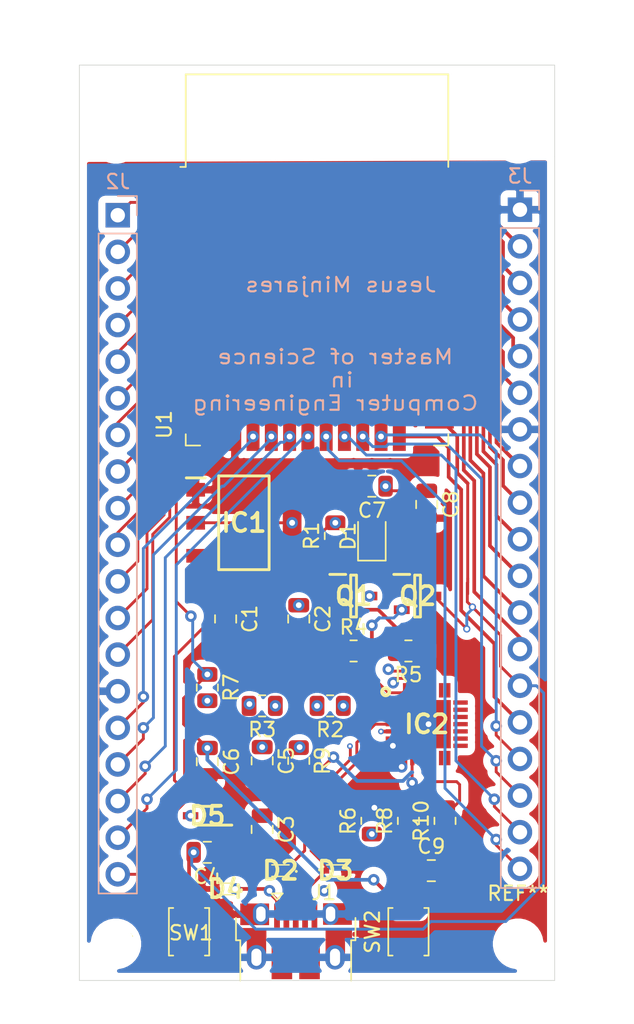
<source format=kicad_pcb>
(kicad_pcb (version 20171130) (host pcbnew "(5.1.10)-1")
  (layers (0 F.Cu signal) (1 In1.Cu signal) (2 In2.Cu signal) (31 B.Cu signal) (34 B.Paste user) (35 F.Paste user) (36 B.SilkS user) (37 F.SilkS user) (38 B.Mask user) (39 F.Mask user) (44 Edge.Cuts user))
  (net 0 "")
  (net 1 GND)
  (net 2 +5V)
  (net 3 /VDD33)
  (net 4 /IO0)
  (net 5 /EN)
  (net 6 "Net-(D1-Pad2)")
  (net 7 /USB_DN)
  (net 8 /USB_DP)
  (net 9 /VBUS)
  (net 10 /DCD)
  (net 11 /RI)
  (net 12 "Net-(IC2-Pad8)")
  (net 13 "Net-(IC2-Pad9)")
  (net 14 "Net-(IC2-Pad10)")
  (net 15 "Net-(IC2-Pad11)")
  (net 16 "Net-(IC2-Pad12)")
  (net 17 "Net-(IC2-Pad13)")
  (net 18 "Net-(IC2-Pad14)")
  (net 19 "Net-(IC2-Pad15)")
  (net 20 "Net-(IC2-Pad16)")
  (net 21 "Net-(IC2-Pad17)")
  (net 22 "Net-(IC2-Pad18)")
  (net 23 "Net-(IC2-Pad19)")
  (net 24 "Net-(IC2-Pad20)")
  (net 25 "Net-(IC2-Pad21)")
  (net 26 "Net-(IC2-Pad22)")
  (net 27 /CTS)
  (net 28 /RTS)
  (net 29 /RXD)
  (net 30 /TXD)
  (net 31 /DSR)
  (net 32 /DTR)
  (net 33 "Net-(J1-Pad4)")
  (net 34 /CMD)
  (net 35 /SD3)
  (net 36 /SD2)
  (net 37 /IO13)
  (net 38 /IO12)
  (net 39 /IO14)
  (net 40 /IO27)
  (net 41 /IO26)
  (net 42 /IO25)
  (net 43 /IO33)
  (net 44 /IO32)
  (net 45 /IO35)
  (net 46 /IO34)
  (net 47 /SENSOR_VN)
  (net 48 /SENSOR_VP)
  (net 49 /IO23)
  (net 50 /IO22)
  (net 51 /TXD0)
  (net 52 /RXD0)
  (net 53 /IO21)
  (net 54 /IO19)
  (net 55 /IO18)
  (net 56 /IO5)
  (net 57 /IO17)
  (net 58 /IO16)
  (net 59 /IO4)
  (net 60 /IO2)
  (net 61 /IO15)
  (net 62 /SD1)
  (net 63 /SD0)
  (net 64 /CLK)
  (net 65 "Net-(Q1-Pad1)")
  (net 66 "Net-(Q2-Pad1)")
  (net 67 "Net-(U1-Pad32)")
  (module RF_Module:ESP32-WROOM-32 (layer F.Cu) (at 168.91 73.66)
    (fp_text reference U1 (at -10.61 8.43 90) (layer F.SilkS))
    (fp_text value ESP32-WROOM-32)
    (pad 39 smd rect (at -1 -0.755) (size 5 5) (layers F.Cu F.Paste F.Mask) (net 1 GND))
    (pad 1 smd rect (at -8.5 -8.255) (size 2 0.9) (layers F.Cu F.Paste F.Mask) (net 1 GND))
    (pad 2 smd rect (at -8.5 -6.985) (size 2 0.9) (layers F.Cu F.Paste F.Mask) (net 3 /VDD33))
    (pad 3 smd rect (at -8.5 -5.715) (size 2 0.9) (layers F.Cu F.Paste F.Mask) (net 5 /EN))
    (pad 4 smd rect (at -8.5 -4.445) (size 2 0.9) (layers F.Cu F.Paste F.Mask) (net 48 /SENSOR_VP))
    (pad 5 smd rect (at -8.5 -3.175) (size 2 0.9) (layers F.Cu F.Paste F.Mask) (net 47 /SENSOR_VN))
    (pad 6 smd rect (at -8.5 -1.905) (size 2 0.9) (layers F.Cu F.Paste F.Mask) (net 46 /IO34))
    (pad 7 smd rect (at -8.5 -0.635) (size 2 0.9) (layers F.Cu F.Paste F.Mask) (net 45 /IO35))
    (pad 8 smd rect (at -8.5 0.635) (size 2 0.9) (layers F.Cu F.Paste F.Mask) (net 44 /IO32))
    (pad 9 smd rect (at -8.5 1.905) (size 2 0.9) (layers F.Cu F.Paste F.Mask) (net 43 /IO33))
    (pad 10 smd rect (at -8.5 3.175) (size 2 0.9) (layers F.Cu F.Paste F.Mask) (net 42 /IO25))
    (pad 11 smd rect (at -8.5 4.445) (size 2 0.9) (layers F.Cu F.Paste F.Mask) (net 41 /IO26))
    (pad 12 smd rect (at -8.5 5.715) (size 2 0.9) (layers F.Cu F.Paste F.Mask) (net 40 /IO27))
    (pad 13 smd rect (at -8.5 6.985) (size 2 0.9) (layers F.Cu F.Paste F.Mask) (net 39 /IO14))
    (pad 14 smd rect (at -8.5 8.255) (size 2 0.9) (layers F.Cu F.Paste F.Mask) (net 38 /IO12))
    (pad 15 smd rect (at -5.715 9.255 90) (size 2 0.9) (layers F.Cu F.Paste F.Mask) (net 1 GND))
    (pad 16 smd rect (at -4.445 9.255 90) (size 2 0.9) (layers F.Cu F.Paste F.Mask) (net 37 /IO13))
    (pad 17 smd rect (at -3.175 9.255 90) (size 2 0.9) (layers F.Cu F.Paste F.Mask) (net 36 /SD2))
    (pad 18 smd rect (at -1.905 9.255 90) (size 2 0.9) (layers F.Cu F.Paste F.Mask) (net 35 /SD3))
    (pad 19 smd rect (at -0.635 9.255 90) (size 2 0.9) (layers F.Cu F.Paste F.Mask) (net 34 /CMD))
    (pad 20 smd rect (at 0.635 9.255 90) (size 2 0.9) (layers F.Cu F.Paste F.Mask) (net 64 /CLK))
    (pad 21 smd rect (at 1.905 9.255 90) (size 2 0.9) (layers F.Cu F.Paste F.Mask) (net 63 /SD0))
    (pad 22 smd rect (at 3.175 9.255 90) (size 2 0.9) (layers F.Cu F.Paste F.Mask) (net 62 /SD1))
    (pad 23 smd rect (at 4.445 9.255 90) (size 2 0.9) (layers F.Cu F.Paste F.Mask) (net 61 /IO15))
    (pad 24 smd rect (at 5.715 9.255 90) (size 2 0.9) (layers F.Cu F.Paste F.Mask) (net 60 /IO2))
    (pad 25 smd rect (at 8.5 8.255) (size 2 0.9) (layers F.Cu F.Paste F.Mask) (net 4 /IO0))
    (pad 26 smd rect (at 8.5 6.985) (size 2 0.9) (layers F.Cu F.Paste F.Mask) (net 59 /IO4))
    (pad 27 smd rect (at 8.5 5.715) (size 2 0.9) (layers F.Cu F.Paste F.Mask) (net 58 /IO16))
    (pad 28 smd rect (at 8.5 4.445) (size 2 0.9) (layers F.Cu F.Paste F.Mask) (net 57 /IO17))
    (pad 29 smd rect (at 8.5 3.175) (size 2 0.9) (layers F.Cu F.Paste F.Mask) (net 56 /IO5))
    (pad 30 smd rect (at 8.5 1.905) (size 2 0.9) (layers F.Cu F.Paste F.Mask) (net 55 /IO18))
    (pad 31 smd rect (at 8.5 0.635) (size 2 0.9) (layers F.Cu F.Paste F.Mask) (net 54 /IO19))
    (pad 32 smd rect (at 8.5 -0.635) (size 2 0.9) (layers F.Cu F.Paste F.Mask) (net 67 "Net-(U1-Pad32)"))
    (pad 33 smd rect (at 8.5 -1.905) (size 2 0.9) (layers F.Cu F.Paste F.Mask) (net 53 /IO21))
    (pad 34 smd rect (at 8.5 -3.175) (size 2 0.9) (layers F.Cu F.Paste F.Mask) (net 52 /RXD0))
    (pad 35 smd rect (at 8.5 -4.445) (size 2 0.9) (layers F.Cu F.Paste F.Mask) (net 51 /TXD0))
    (pad 36 smd rect (at 8.5 -5.715) (size 2 0.9) (layers F.Cu F.Paste F.Mask) (net 50 /IO22))
    (pad 37 smd rect (at 8.5 -6.985) (size 2 0.9) (layers F.Cu F.Paste F.Mask) (net 49 /IO23))
    (pad 38 smd rect (at 8.5 -8.255) (size 2 0.9) (layers F.Cu F.Paste F.Mask) (net 1 GND))
  )
  (module Resistor_SMD:R_0805_2012Metric (layer F.Cu) (at 161.29 100.33 270)
    (fp_text reference R7 (at 0 -1.65 90) (layer F.SilkS))
    (fp_text value "10k(5%)(NC)")
    (pad 2 smd roundrect (at 0.9125 0 270) (size 1.025 1.4) (layers F.Cu F.Paste F.Mask) (roundrect_rratio 0.243902) (net 3 /VDD33))
    (pad 1 smd roundrect (at -0.9125 0 270) (size 1.025 1.4) (layers F.Cu F.Paste F.Mask) (roundrect_rratio 0.243902) (net 5 /EN))
  )
  (module Connector_PinHeader_2.54mm:PinHeader_1x19_P2.54mm_Vertical (layer B.Cu) (at 155.067 67.564 180)
    (fp_text reference J2 (at 0 2.33) (layer B.SilkS) (effects (justify mirror)))
    (fp_text value Conn_01x19_Male)
    (pad 19 thru_hole oval (at 0 -45.72 180) (size 1.7 1.7) (drill 1) (layers *.Cu *.Mask) (net 2 +5V))
    (pad 18 thru_hole oval (at 0 -43.18 180) (size 1.7 1.7) (drill 1) (layers *.Cu *.Mask) (net 34 /CMD))
    (pad 17 thru_hole oval (at 0 -40.64 180) (size 1.7 1.7) (drill 1) (layers *.Cu *.Mask) (net 35 /SD3))
    (pad 16 thru_hole oval (at 0 -38.1 180) (size 1.7 1.7) (drill 1) (layers *.Cu *.Mask) (net 36 /SD2))
    (pad 15 thru_hole oval (at 0 -35.56 180) (size 1.7 1.7) (drill 1) (layers *.Cu *.Mask) (net 37 /IO13))
    (pad 14 thru_hole oval (at 0 -33.02 180) (size 1.7 1.7) (drill 1) (layers *.Cu *.Mask) (net 1 GND))
    (pad 13 thru_hole oval (at 0 -30.48 180) (size 1.7 1.7) (drill 1) (layers *.Cu *.Mask) (net 38 /IO12))
    (pad 12 thru_hole oval (at 0 -27.94 180) (size 1.7 1.7) (drill 1) (layers *.Cu *.Mask) (net 39 /IO14))
    (pad 11 thru_hole oval (at 0 -25.4 180) (size 1.7 1.7) (drill 1) (layers *.Cu *.Mask) (net 40 /IO27))
    (pad 10 thru_hole oval (at 0 -22.86 180) (size 1.7 1.7) (drill 1) (layers *.Cu *.Mask) (net 41 /IO26))
    (pad 9 thru_hole oval (at 0 -20.32 180) (size 1.7 1.7) (drill 1) (layers *.Cu *.Mask) (net 42 /IO25))
    (pad 8 thru_hole oval (at 0 -17.78 180) (size 1.7 1.7) (drill 1) (layers *.Cu *.Mask) (net 43 /IO33))
    (pad 7 thru_hole oval (at 0 -15.24 180) (size 1.7 1.7) (drill 1) (layers *.Cu *.Mask) (net 44 /IO32))
    (pad 6 thru_hole oval (at 0 -12.7 180) (size 1.7 1.7) (drill 1) (layers *.Cu *.Mask) (net 45 /IO35))
    (pad 5 thru_hole oval (at 0 -10.16 180) (size 1.7 1.7) (drill 1) (layers *.Cu *.Mask) (net 46 /IO34))
    (pad 4 thru_hole oval (at 0 -7.62 180) (size 1.7 1.7) (drill 1) (layers *.Cu *.Mask) (net 47 /SENSOR_VN))
    (pad 3 thru_hole oval (at 0 -5.08 180) (size 1.7 1.7) (drill 1) (layers *.Cu *.Mask) (net 48 /SENSOR_VP))
    (pad 2 thru_hole oval (at 0 -2.54 180) (size 1.7 1.7) (drill 1) (layers *.Cu *.Mask) (net 5 /EN))
    (pad 1 thru_hole rect (at 0 0 180) (size 1.7 1.7) (drill 1) (layers *.Cu *.Mask) (net 3 /VDD33))
  )
  (module MountingHole:MountingHole_2.5mm (layer F.Cu) (at 182.88 118.11)
    (fp_text reference REF** (at 0 -3.5) (layer F.SilkS))
    (fp_text value MountingHole_2.5mm)
    (pad 1 np_thru_hole circle (at 0 0) (size 2.5 2.5) (drill 2.5) (layers *.Cu *.Mask))
  )
  (module MountingHole:MountingHole_2.5mm (layer F.Cu) (at 154.94 118.11)
    (fp_text reference REF** (at 0.127 -0.127) (layer F.SilkS) (effects (font (size 1 0.5) (thickness 0.125))))
    (fp_text value MountingHole_2.5mm)
    (pad 1 np_thru_hole circle (at 0 0) (size 2.5 2.5) (drill 2.5) (layers *.Cu *.Mask))
  )
  (module MountingHole:MountingHole_2.5mm (layer F.Cu) (at 154.94 62.23)
    (fp_text reference REF** (at 0 0.127) (layer F.SilkS) (effects (font (size 0.5 0.5) (thickness 0.125))))
    (fp_text value MountingHole_2.5mm)
    (pad 1 np_thru_hole circle (at 0 0) (size 2.5 2.5) (drill 2.5) (layers *.Cu *.Mask))
  )
  (module MountingHole:MountingHole_2.5mm (layer F.Cu) (at 182.88 62.23)
    (fp_text reference REF** (at 0.127 0.127) (layer F.SilkS) (effects (font (size 0.5 0.5) (thickness 0.125))))
    (fp_text value MountingHole_2.5mm)
    (pad 1 np_thru_hole circle (at 0 0) (size 2.5 2.5) (drill 2.5) (layers *.Cu *.Mask))
  )
  (module Capacitor_SMD:C_0805_2012Metric (layer F.Cu) (at 162.56 95.57 270)
    (fp_text reference C1 (at 0 -1.68 90) (layer F.SilkS))
    (fp_text value "22uF/10V(20%)")
    (pad 2 smd roundrect (at 0.95 0 270) (size 1 1.45) (layers F.Cu F.Paste F.Mask) (net 1 GND))
    (pad 1 smd roundrect (at -0.95 0 270) (size 1 1.45) (layers F.Cu F.Paste F.Mask) (net 2 +5V))
  )
  (module Capacitor_SMD:C_0805_2012Metric (layer F.Cu) (at 167.64 95.57 270)
    (fp_text reference C2 (at 0 -1.68 90) (layer F.SilkS))
    (fp_text value "22uF/10V(20%)")
    (pad 1 smd roundrect (at -0.95 0 270) (size 1 1.45) (layers F.Cu F.Paste F.Mask) (net 3 /VDD33))
    (pad 2 smd roundrect (at 0.95 0 270) (size 1 1.45) (layers F.Cu F.Paste F.Mask) (net 1 GND))
  )
  (module Capacitor_SMD:C_0805_2012Metric (layer F.Cu) (at 165.1 110.17 270)
    (fp_text reference C3 (at 0 -1.68 90) (layer F.SilkS))
    (fp_text value "4.7uF/6.3V(10%)")
    (pad 1 smd roundrect (at -0.95 0 270) (size 1 1.45) (layers F.Cu F.Paste F.Mask) (net 3 /VDD33))
    (pad 2 smd roundrect (at 0.95 0 270) (size 1 1.45) (layers F.Cu F.Paste F.Mask) (net 1 GND))
  )
  (module Capacitor_SMD:C_0805_2012Metric (layer F.Cu) (at 161.29 111.76 180)
    (fp_text reference C4 (at 0 -1.68) (layer F.SilkS))
    (fp_text value "0.1uF/50V(10%)(NC)")
    (pad 1 smd roundrect (at -0.95 0 180) (size 1 1.45) (layers F.Cu F.Paste F.Mask) (net 1 GND))
    (pad 2 smd roundrect (at 0.95 0 180) (size 1 1.45) (layers F.Cu F.Paste F.Mask) (net 4 /IO0))
  )
  (module Capacitor_SMD:C_0805_2012Metric (layer F.Cu) (at 165.1 105.41 270)
    (fp_text reference C5 (at 0 -1.68 90) (layer F.SilkS))
    (fp_text value "0.1uF/50V(10%)")
    (pad 1 smd roundrect (at -0.95 0 270) (size 1 1.45) (layers F.Cu F.Paste F.Mask) (net 3 /VDD33))
    (pad 2 smd roundrect (at 0.95 0 270) (size 1 1.45) (layers F.Cu F.Paste F.Mask) (net 1 GND))
  )
  (module Capacitor_SMD:C_0805_2012Metric (layer F.Cu) (at 161.29 105.471 270)
    (fp_text reference C6 (at 0 -1.68 90) (layer F.SilkS))
    (fp_text value "0.1uF/50V(10%)")
    (pad 2 smd roundrect (at 0.95 0 270) (size 1 1.45) (layers F.Cu F.Paste F.Mask) (net 1 GND))
    (pad 1 smd roundrect (at -0.95 0 270) (size 1 1.45) (layers F.Cu F.Paste F.Mask) (net 5 /EN))
  )
  (module Capacitor_SMD:C_0805_2012Metric (layer F.Cu) (at 172.72 86.36 180)
    (fp_text reference C7 (at 0 -1.68) (layer F.SilkS))
    (fp_text value "22uF/10V(20%)")
    (pad 1 smd roundrect (at -0.95 0 180) (size 1 1.45) (layers F.Cu F.Paste F.Mask) (net 3 /VDD33))
    (pad 2 smd roundrect (at 0.95 0 180) (size 1 1.45) (layers F.Cu F.Paste F.Mask) (net 1 GND))
  )
  (module Capacitor_SMD:C_0805_2012Metric (layer F.Cu) (at 176.53 87.63 270)
    (fp_text reference C8 (at 0 -1.68 90) (layer F.SilkS))
    (fp_text value "0.1uF/50V(10%)")
    (pad 2 smd roundrect (at 0.95 0 270) (size 1 1.45) (layers F.Cu F.Paste F.Mask) (net 1 GND))
    (pad 1 smd roundrect (at -0.95 0 270) (size 1 1.45) (layers F.Cu F.Paste F.Mask) (net 3 /VDD33))
  )
  (module Capacitor_SMD:C_0805_2012Metric (layer F.Cu) (at 176.85 113.03)
    (fp_text reference C9 (at 0 -1.68) (layer F.SilkS))
    (fp_text value "0.1uF/50V(10%)(NC)")
    (pad 2 smd roundrect (at 0.95 0) (size 1 1.45) (layers F.Cu F.Paste F.Mask) (net 5 /EN))
    (pad 1 smd roundrect (at -0.95 0) (size 1 1.45) (layers F.Cu F.Paste F.Mask) (net 1 GND))
  )
  (module LED_SMD:LED_0805_2012Metric (layer F.Cu) (at 172.72 89.8375 90)
    (fp_text reference D1 (at 0 -1.65 90) (layer F.SilkS))
    (fp_text value LED)
    (pad 1 smd roundrect (at -0.9375 0 90) (size 0.975 1.4) (layers F.Cu F.Paste F.Mask) (net 1 GND))
    (pad 2 smd roundrect (at 0.9375 0 90) (size 0.975 1.4) (layers F.Cu F.Paste F.Mask) (net 6 "Net-(D1-Pad2)"))
  )
  (module LESD5D5.0CT1G:LESD5D50CT1G (layer F.Cu) (at 166.37 113.03 180)
    (fp_text reference D2 (at 0 0) (layer F.SilkS) (effects (font (size 1.27 1.27) (thickness 0.254))))
    (fp_text value LESD5D5.0CT1G hide)
    (pad 1 smd rect (at -0.66 0 270) (size 0.4 0.48) (layers F.Cu F.Paste F.Mask) (net 7 /USB_DN))
    (pad 2 smd rect (at 0.66 0 270) (size 0.4 0.48) (layers F.Cu F.Paste F.Mask) (net 1 GND))
  )
  (module LESD5D5.0CT1G:LESD5D50CT1G (layer F.Cu) (at 170.18 113.03)
    (fp_text reference D3 (at 0 0) (layer F.SilkS) (effects (font (size 1.27 1.27) (thickness 0.254))))
    (fp_text value LESD5D5.0CT1G hide)
    (pad 1 smd rect (at -0.66 0 90) (size 0.4 0.48) (layers F.Cu F.Paste F.Mask) (net 8 /USB_DP))
    (pad 2 smd rect (at 0.66 0 90) (size 0.4 0.48) (layers F.Cu F.Paste F.Mask) (net 1 GND))
  )
  (module LESD5D5.0CT1G:LESD5D50CT1G (layer F.Cu) (at 162.56 114.3 180)
    (fp_text reference D4 (at 0 0) (layer F.SilkS) (effects (font (size 1.27 1.27) (thickness 0.254))))
    (fp_text value LESD5D5.0CT1G hide)
    (pad 2 smd rect (at 0.66 0 270) (size 0.4 0.48) (layers F.Cu F.Paste F.Mask) (net 1 GND))
    (pad 1 smd rect (at -0.66 0 270) (size 0.4 0.48) (layers F.Cu F.Paste F.Mask) (net 9 /VBUS))
  )
  (module BAT760-7:SOD2513X120N (layer F.Cu) (at 161.29 109.22 180)
    (fp_text reference D5 (at 0 0) (layer F.SilkS) (effects (font (size 1.27 1.27) (thickness 0.254))))
    (fp_text value BAT760-7 hide)
    (pad 1 smd rect (at -1.162 0 270) (size 0.5 1.075) (layers F.Cu F.Paste F.Mask) (net 2 +5V))
    (pad 2 smd rect (at 1.162 0 270) (size 0.5 1.075) (layers F.Cu F.Paste F.Mask) (net 9 /VBUS))
  )
  (module AMS1117-3.3:SOT229P700X180-4N (layer F.Cu) (at 163.83 88.9)
    (fp_text reference IC1 (at 0 0) (layer F.SilkS) (effects (font (size 1.27 1.27) (thickness 0.254))))
    (fp_text value AMS1117-3.3 hide)
    (pad 1 smd rect (at -3.35 -2.29 90) (size 0.95 1.3) (layers F.Cu F.Paste F.Mask) (net 1 GND))
    (pad 2 smd rect (at -3.35 0 90) (size 0.95 1.3) (layers F.Cu F.Paste F.Mask) (net 3 /VDD33))
    (pad 3 smd rect (at -3.35 2.29 90) (size 0.95 1.3) (layers F.Cu F.Paste F.Mask) (net 2 +5V))
    (pad 4 smd rect (at 3.35 0) (size 1.3 3.25) (layers F.Cu F.Paste F.Mask) (net 3 /VDD33))
  )
  (module CP2102N-A01-GQFN28:QFN50P500X500X80-29N-D (layer F.Cu) (at 176.53 102.87)
    (fp_text reference IC2 (at 0 0) (layer F.SilkS) (effects (font (size 1.27 1.27) (thickness 0.254))))
    (fp_text value CP2102N-A01-GQFN28 hide)
    (pad 1 smd rect (at -2.35 -1.5 90) (size 0.3 1) (layers F.Cu F.Paste F.Mask) (net 10 /DCD))
    (pad 2 smd rect (at -2.35 -1 90) (size 0.3 1) (layers F.Cu F.Paste F.Mask) (net 11 /RI))
    (pad 3 smd rect (at -2.35 -0.5 90) (size 0.3 1) (layers F.Cu F.Paste F.Mask) (net 1 GND))
    (pad 4 smd rect (at -2.35 0 90) (size 0.3 1) (layers F.Cu F.Paste F.Mask) (net 8 /USB_DP))
    (pad 5 smd rect (at -2.35 0.5 90) (size 0.3 1) (layers F.Cu F.Paste F.Mask) (net 7 /USB_DN))
    (pad 6 smd rect (at -2.35 1 90) (size 0.3 1) (layers F.Cu F.Paste F.Mask) (net 3 /VDD33))
    (pad 7 smd rect (at -2.35 1.5 90) (size 0.3 1) (layers F.Cu F.Paste F.Mask) (net 3 /VDD33))
    (pad 8 smd rect (at -1.5 2.35) (size 0.3 1) (layers F.Cu F.Paste F.Mask) (net 12 "Net-(IC2-Pad8)"))
    (pad 9 smd rect (at -1 2.35) (size 0.3 1) (layers F.Cu F.Paste F.Mask) (net 13 "Net-(IC2-Pad9)"))
    (pad 10 smd rect (at -0.5 2.35) (size 0.3 1) (layers F.Cu F.Paste F.Mask) (net 14 "Net-(IC2-Pad10)"))
    (pad 11 smd rect (at 0 2.35) (size 0.3 1) (layers F.Cu F.Paste F.Mask) (net 15 "Net-(IC2-Pad11)"))
    (pad 12 smd rect (at 0.5 2.35) (size 0.3 1) (layers F.Cu F.Paste F.Mask) (net 16 "Net-(IC2-Pad12)"))
    (pad 13 smd rect (at 1 2.35) (size 0.3 1) (layers F.Cu F.Paste F.Mask) (net 17 "Net-(IC2-Pad13)"))
    (pad 14 smd rect (at 1.5 2.35) (size 0.3 1) (layers F.Cu F.Paste F.Mask) (net 18 "Net-(IC2-Pad14)"))
    (pad 15 smd rect (at 2.35 1.5 90) (size 0.3 1) (layers F.Cu F.Paste F.Mask) (net 19 "Net-(IC2-Pad15)"))
    (pad 16 smd rect (at 2.35 1 90) (size 0.3 1) (layers F.Cu F.Paste F.Mask) (net 20 "Net-(IC2-Pad16)"))
    (pad 17 smd rect (at 2.35 0.5 90) (size 0.3 1) (layers F.Cu F.Paste F.Mask) (net 21 "Net-(IC2-Pad17)"))
    (pad 18 smd rect (at 2.35 0 90) (size 0.3 1) (layers F.Cu F.Paste F.Mask) (net 22 "Net-(IC2-Pad18)"))
    (pad 19 smd rect (at 2.35 -0.5 90) (size 0.3 1) (layers F.Cu F.Paste F.Mask) (net 23 "Net-(IC2-Pad19)"))
    (pad 20 smd rect (at 2.35 -1 90) (size 0.3 1) (layers F.Cu F.Paste F.Mask) (net 24 "Net-(IC2-Pad20)"))
    (pad 21 smd rect (at 2.35 -1.5 90) (size 0.3 1) (layers F.Cu F.Paste F.Mask) (net 25 "Net-(IC2-Pad21)"))
    (pad 22 smd rect (at 1.5 -2.35) (size 0.3 1) (layers F.Cu F.Paste F.Mask) (net 26 "Net-(IC2-Pad22)"))
    (pad 23 smd rect (at 1 -2.35) (size 0.3 1) (layers F.Cu F.Paste F.Mask) (net 27 /CTS))
    (pad 24 smd rect (at 0.5 -2.35) (size 0.3 1) (layers F.Cu F.Paste F.Mask) (net 28 /RTS))
    (pad 25 smd rect (at 0 -2.35) (size 0.3 1) (layers F.Cu F.Paste F.Mask) (net 29 /RXD))
    (pad 26 smd rect (at -0.5 -2.35) (size 0.3 1) (layers F.Cu F.Paste F.Mask) (net 30 /TXD))
    (pad 27 smd rect (at -1 -2.35) (size 0.3 1) (layers F.Cu F.Paste F.Mask) (net 31 /DSR))
    (pad 28 smd rect (at -1.5 -2.35) (size 0.3 1) (layers F.Cu F.Paste F.Mask) (net 32 /DTR))
    (pad 29 smd rect (at 0 0) (size 3.35 3.35) (layers F.Cu F.Paste F.Mask) (net 1 GND))
  )
  (module Connector_USB:USB_Micro-B_Amphenol_10103594-0001LF_Horizontal (layer F.Cu) (at 167.455 117.925)
    (fp_text reference J1 (at 1.925 -3.365) (layer F.SilkS))
    (fp_text value USB_B_Micro)
    (pad 6 smd rect (at 2.725 0.185) (size 1.35 2) (layers F.Cu F.Paste F.Mask) (net 1 GND))
    (pad 6 smd rect (at -2.755 0.185) (size 1.35 2) (layers F.Cu F.Paste F.Mask) (net 1 GND))
    (pad 6 smd rect (at -2.975 -0.565) (size 1.825 0.7) (layers F.Cu F.Paste F.Mask) (net 1 GND))
    (pad 6 smd rect (at 2.975 -0.565) (size 1.825 0.7) (layers F.Cu F.Paste F.Mask) (net 1 GND))
    (pad 6 smd rect (at -2.875 -1.865) (size 2 1.5) (layers F.Cu F.Paste F.Mask) (net 1 GND))
    (pad 6 smd rect (at 2.875 -1.885) (size 2 1.5) (layers F.Cu F.Paste F.Mask) (net 1 GND))
    (pad 1 smd rect (at -1.325 -1.765 90) (size 1.65 0.4) (layers F.Cu F.Paste F.Mask) (net 9 /VBUS))
    (pad 2 smd rect (at -0.675 -1.765 90) (size 1.65 0.4) (layers F.Cu F.Paste F.Mask) (net 7 /USB_DN))
    (pad 3 smd rect (at -0.025 -1.765 90) (size 1.65 0.4) (layers F.Cu F.Paste F.Mask) (net 8 /USB_DP))
    (pad 4 smd rect (at 0.625 -1.765 90) (size 1.65 0.4) (layers F.Cu F.Paste F.Mask) (net 33 "Net-(J1-Pad4)"))
    (pad 5 smd rect (at 1.275 -1.765 90) (size 1.65 0.4) (layers F.Cu F.Paste F.Mask) (net 1 GND))
    (pad 6 thru_hole oval (at -2.445 -1.885 90) (size 1.5 1.1) (drill oval 1.05 0.65) (layers *.Cu *.Mask) (net 1 GND))
    (pad 6 thru_hole oval (at 2.395 -1.885 90) (size 1.5 1.1) (drill oval 1.05 0.65) (layers *.Cu *.Mask) (net 1 GND))
    (pad 6 thru_hole oval (at -2.755 1.115 90) (size 1.7 1.35) (drill oval 1.2 0.7) (layers *.Cu *.Mask) (net 1 GND))
    (pad 6 thru_hole oval (at 2.705 1.115 90) (size 1.7 1.35) (drill oval 1.2 0.7) (layers *.Cu *.Mask) (net 1 GND))
    (pad 6 smd rect (at -0.985 1.385 90) (size 2.5 1.43) (layers F.Cu F.Paste F.Mask) (net 1 GND))
    (pad 6 smd rect (at 0.935 1.385 90) (size 2.5 1.43) (layers F.Cu F.Paste F.Mask) (net 1 GND))
  )
  (module SS8050-G:SOT95P240X115-3N (layer F.Cu) (at 171.45 93.98)
    (fp_text reference Q1 (at 0 0) (layer F.SilkS) (effects (font (size 1.27 1.27) (thickness 0.254))))
    (fp_text value SS8050-G hide)
    (pad 1 smd rect (at -1.1 -0.95 90) (size 0.6 1.1) (layers F.Cu F.Paste F.Mask) (net 65 "Net-(Q1-Pad1)"))
    (pad 2 smd rect (at -1.1 0.95 90) (size 0.6 1.1) (layers F.Cu F.Paste F.Mask) (net 28 /RTS))
    (pad 3 smd rect (at 1.1 0 90) (size 0.6 1.1) (layers F.Cu F.Paste F.Mask) (net 5 /EN))
  )
  (module SS8050-G:SOT95P240X115-3N (layer F.Cu) (at 175.895 93.98)
    (fp_text reference Q2 (at 0 0) (layer F.SilkS) (effects (font (size 1.27 1.27) (thickness 0.254))))
    (fp_text value SS8050-G hide)
    (pad 3 smd rect (at 1.1 0 90) (size 0.6 1.1) (layers F.Cu F.Paste F.Mask) (net 4 /IO0))
    (pad 2 smd rect (at -1.1 0.95 90) (size 0.6 1.1) (layers F.Cu F.Paste F.Mask) (net 32 /DTR))
    (pad 1 smd rect (at -1.1 -0.95 90) (size 0.6 1.1) (layers F.Cu F.Paste F.Mask) (net 66 "Net-(Q2-Pad1)"))
  )
  (module Resistor_SMD:R_0805_2012Metric (layer F.Cu) (at 170.18 89.8125 90)
    (fp_text reference R1 (at 0 -1.65 90) (layer F.SilkS))
    (fp_text value "2k(5%)")
    (pad 1 smd roundrect (at -0.9125 0 90) (size 1.025 1.4) (layers F.Cu F.Paste F.Mask) (roundrect_rratio 0.243902) (net 6 "Net-(D1-Pad2)"))
    (pad 2 smd roundrect (at 0.9125 0 90) (size 1.025 1.4) (layers F.Cu F.Paste F.Mask) (roundrect_rratio 0.243902) (net 2 +5V))
  )
  (module Resistor_SMD:R_0805_2012Metric (layer F.Cu) (at 169.8225 101.6 180)
    (fp_text reference R2 (at 0 -1.65) (layer F.SilkS))
    (fp_text value "0R(5%)")
    (pad 1 smd roundrect (at -0.9125 0 180) (size 1.025 1.4) (layers F.Cu F.Paste F.Mask) (roundrect_rratio 0.243902) (net 29 /RXD))
    (pad 2 smd roundrect (at 0.9125 0 180) (size 1.025 1.4) (layers F.Cu F.Paste F.Mask) (roundrect_rratio 0.243902) (net 51 /TXD0))
  )
  (module Resistor_SMD:R_0805_2012Metric (layer F.Cu) (at 165.1 101.6 180)
    (fp_text reference R3 (at 0 -1.65) (layer F.SilkS))
    (fp_text value "0R(5%)")
    (pad 2 smd roundrect (at 0.9125 0 180) (size 1.025 1.4) (layers F.Cu F.Paste F.Mask) (roundrect_rratio 0.243902) (net 52 /RXD0))
    (pad 1 smd roundrect (at -0.9125 0 180) (size 1.025 1.4) (layers F.Cu F.Paste F.Mask) (roundrect_rratio 0.243902) (net 30 /TXD))
  )
  (module Resistor_SMD:R_0805_2012Metric (layer F.Cu) (at 171.45 97.79)
    (fp_text reference R4 (at 0 -1.65) (layer F.SilkS))
    (fp_text value "10k(5%)")
    (pad 1 smd roundrect (at -0.9125 0) (size 1.025 1.4) (layers F.Cu F.Paste F.Mask) (roundrect_rratio 0.243902) (net 65 "Net-(Q1-Pad1)"))
    (pad 2 smd roundrect (at 0.9125 0) (size 1.025 1.4) (layers F.Cu F.Paste F.Mask) (roundrect_rratio 0.243902) (net 32 /DTR))
  )
  (module Resistor_SMD:R_0805_2012Metric (layer F.Cu) (at 175.26 97.79 180)
    (fp_text reference R5 (at 0 -1.65) (layer F.SilkS))
    (fp_text value "10k(5%)")
    (pad 2 smd roundrect (at 0.9125 0 180) (size 1.025 1.4) (layers F.Cu F.Paste F.Mask) (roundrect_rratio 0.243902) (net 28 /RTS))
    (pad 1 smd roundrect (at -0.9125 0 180) (size 1.025 1.4) (layers F.Cu F.Paste F.Mask) (roundrect_rratio 0.243902) (net 66 "Net-(Q2-Pad1)"))
  )
  (module Resistor_SMD:R_0805_2012Metric (layer F.Cu) (at 172.72 109.5775 90)
    (fp_text reference R6 (at 0 -1.65 90) (layer F.SilkS))
    (fp_text value "22.1K(5%)")
    (pad 1 smd roundrect (at -0.9125 0 90) (size 1.025 1.4) (layers F.Cu F.Paste F.Mask) (roundrect_rratio 0.243902) (net 9 /VBUS))
    (pad 2 smd roundrect (at 0.9125 0 90) (size 1.025 1.4) (layers F.Cu F.Paste F.Mask) (roundrect_rratio 0.243902) (net 12 "Net-(IC2-Pad8)"))
  )
  (module Resistor_SMD:R_0805_2012Metric (layer F.Cu) (at 175.26 109.5775 90)
    (fp_text reference R8 (at 0 -1.65 90) (layer F.SilkS))
    (fp_text value "47.5k(5%)")
    (pad 2 smd roundrect (at 0.9125 0 90) (size 1.025 1.4) (layers F.Cu F.Paste F.Mask) (roundrect_rratio 0.243902) (net 12 "Net-(IC2-Pad8)"))
    (pad 1 smd roundrect (at -0.9125 0 90) (size 1.025 1.4) (layers F.Cu F.Paste F.Mask) (roundrect_rratio 0.243902) (net 1 GND))
  )
  (module Resistor_SMD:R_0805_2012Metric (layer F.Cu) (at 167.64 105.41 270)
    (fp_text reference R9 (at 0 -1.65 90) (layer F.SilkS))
    (fp_text value "2k(5%)")
    (pad 1 smd roundrect (at -0.9125 0 270) (size 1.025 1.4) (layers F.Cu F.Paste F.Mask) (roundrect_rratio 0.243902) (net 3 /VDD33))
    (pad 2 smd roundrect (at 0.9125 0 270) (size 1.025 1.4) (layers F.Cu F.Paste F.Mask) (roundrect_rratio 0.243902) (net 13 "Net-(IC2-Pad9)"))
  )
  (module Resistor_SMD:R_0805_2012Metric (layer F.Cu) (at 177.8 109.5775 90)
    (fp_text reference R10 (at 0 -1.65 90) (layer F.SilkS))
    (fp_text value "10k(5%)(NC)")
    (pad 2 smd roundrect (at 0.9125 0 90) (size 1.025 1.4) (layers F.Cu F.Paste F.Mask) (roundrect_rratio 0.243902) (net 15 "Net-(IC2-Pad11)"))
    (pad 1 smd roundrect (at -0.9125 0 90) (size 1.025 1.4) (layers F.Cu F.Paste F.Mask) (roundrect_rratio 0.243902) (net 1 GND))
  )
  (module Button_Switch_SMD:SW_SPST_B3U-1000P (layer F.Cu) (at 160.02 117.27 90)
    (fp_text reference SW1 (at -0.078 0.127) (layer F.SilkS))
    (fp_text value SW_Push)
    (pad 2 smd rect (at 1.7 0 90) (size 0.9 1.7) (layers F.Cu F.Paste F.Mask) (net 4 /IO0))
    (pad 1 smd rect (at -1.7 0 90) (size 0.9 1.7) (layers F.Cu F.Paste F.Mask) (net 1 GND))
  )
  (module Button_Switch_SMD:SW_SPST_B3U-1000P (layer F.Cu) (at 175.26 117.27 90)
    (fp_text reference SW2 (at 0 -2.5 90) (layer F.SilkS))
    (fp_text value SW_Push)
    (pad 1 smd rect (at -1.7 0 90) (size 0.9 1.7) (layers F.Cu F.Paste F.Mask) (net 1 GND))
    (pad 2 smd rect (at 1.7 0 90) (size 0.9 1.7) (layers F.Cu F.Paste F.Mask) (net 5 /EN))
  )
  (module Connector_PinHeader_2.54mm:PinHeader_1x19_P2.54mm_Vertical (layer B.Cu) (at 183.007 67.183 180)
    (fp_text reference J3 (at 0 2.33) (layer B.SilkS) (effects (justify mirror)))
    (fp_text value Conn_01x19_Male)
    (pad 1 thru_hole rect (at 0 0 180) (size 1.7 1.7) (drill 1) (layers *.Cu *.Mask) (net 1 GND))
    (pad 2 thru_hole oval (at 0 -2.54 180) (size 1.7 1.7) (drill 1) (layers *.Cu *.Mask) (net 49 /IO23))
    (pad 3 thru_hole oval (at 0 -5.08 180) (size 1.7 1.7) (drill 1) (layers *.Cu *.Mask) (net 50 /IO22))
    (pad 4 thru_hole oval (at 0 -7.62 180) (size 1.7 1.7) (drill 1) (layers *.Cu *.Mask) (net 51 /TXD0))
    (pad 5 thru_hole oval (at 0 -10.16 180) (size 1.7 1.7) (drill 1) (layers *.Cu *.Mask) (net 52 /RXD0))
    (pad 6 thru_hole oval (at 0 -12.7 180) (size 1.7 1.7) (drill 1) (layers *.Cu *.Mask) (net 53 /IO21))
    (pad 7 thru_hole oval (at 0 -15.24 180) (size 1.7 1.7) (drill 1) (layers *.Cu *.Mask) (net 1 GND))
    (pad 8 thru_hole oval (at 0 -17.78 180) (size 1.7 1.7) (drill 1) (layers *.Cu *.Mask) (net 54 /IO19))
    (pad 9 thru_hole oval (at 0 -20.32 180) (size 1.7 1.7) (drill 1) (layers *.Cu *.Mask) (net 55 /IO18))
    (pad 10 thru_hole oval (at 0 -22.86 180) (size 1.7 1.7) (drill 1) (layers *.Cu *.Mask) (net 56 /IO5))
    (pad 11 thru_hole oval (at 0 -25.4 180) (size 1.7 1.7) (drill 1) (layers *.Cu *.Mask) (net 57 /IO17))
    (pad 12 thru_hole oval (at 0 -27.94 180) (size 1.7 1.7) (drill 1) (layers *.Cu *.Mask) (net 58 /IO16))
    (pad 13 thru_hole oval (at 0 -30.48 180) (size 1.7 1.7) (drill 1) (layers *.Cu *.Mask) (net 59 /IO4))
    (pad 14 thru_hole oval (at 0 -33.02 180) (size 1.7 1.7) (drill 1) (layers *.Cu *.Mask) (net 4 /IO0))
    (pad 15 thru_hole oval (at 0 -35.56 180) (size 1.7 1.7) (drill 1) (layers *.Cu *.Mask) (net 60 /IO2))
    (pad 16 thru_hole oval (at 0 -38.1 180) (size 1.7 1.7) (drill 1) (layers *.Cu *.Mask) (net 61 /IO15))
    (pad 17 thru_hole oval (at 0 -40.64 180) (size 1.7 1.7) (drill 1) (layers *.Cu *.Mask) (net 62 /SD1))
    (pad 18 thru_hole oval (at 0 -43.18 180) (size 1.7 1.7) (drill 1) (layers *.Cu *.Mask) (net 63 /SD0))
    (pad 19 thru_hole oval (at 0 -45.72 180) (size 1.7 1.7) (drill 1) (layers *.Cu *.Mask) (net 64 /CLK))
  )
  (gr_text "Master of Science\nin \nComputer Engineering" (at 170.18 78.994) (layer B.SilkS) (effects (font (size 1 1.2)) (justify mirror)))
  (gr_text "Jesus Minjares" (at 170.561 72.39) (layer B.SilkS) (effects (font (size 1 1.2)) (justify mirror)))
  (gr_line (start 185.42 63.5) (end 185.42 120.65) (layer Edge.Cuts) (width 0.05))
  (gr_line (start 152.4 57.15) (end 185.42 57.15) (layer Edge.Cuts) (width 0.05))
  (gr_line (start 185.42 63.5) (end 185.42 57.15) (layer Edge.Cuts) (width 0.05))
  (gr_line (start 152.4 120.65) (end 152.4 57.15) (layer Edge.Cuts) (width 0.05))
  (gr_line (start 152.4 120.65) (end 185.42 120.65) (layer Edge.Cuts) (width 0.05))
  (via (at 176.657 102.87) (size 0.8) (drill 0.4) (layers F.Cu B.Cu) (net 1))
  (segment (start 176.157 102.37) (end 176.657 102.87) (width 0.2) (layer F.Cu) (net 1))
  (segment (start 174.18 102.37) (end 176.157 102.37) (width 0.2) (layer F.Cu) (net 1))
  (segment (start 168.85 116.04) (end 168.73 116.16) (width 0.2) (layer F.Cu) (net 1))
  (segment (start 169.85 116.04) (end 168.85 116.04) (width 0.2) (layer F.Cu) (net 1))
  (segment (start 166.2 119.04) (end 166.47 119.31) (width 0.2) (layer F.Cu) (net 1))
  (segment (start 164.7 119.04) (end 166.2 119.04) (width 0.2) (layer F.Cu) (net 1))
  (segment (start 162.56 94.62) (end 159.004 98.176) (width 0.2) (layer F.Cu) (net 2))
  (segment (start 161.455502 109.22) (end 162.452 109.22) (width 0.2) (layer F.Cu) (net 2))
  (segment (start 159.004 98.176) (end 159.004 106.768498) (width 0.2) (layer F.Cu) (net 2))
  (segment (start 160.48 92.54) (end 162.56 94.62) (width 0.2) (layer F.Cu) (net 2))
  (segment (start 160.48 91.19) (end 160.48 92.54) (width 0.2) (layer F.Cu) (net 2))
  (segment (start 155.067 113.284) (end 157.099 113.284) (width 0.2) (layer F.Cu) (net 2))
  (segment (start 157.099 113.284) (end 159.004 111.379) (width 0.2) (layer F.Cu) (net 2))
  (segment (start 159.004 109.016498) (end 159.962749 108.057749) (width 0.2) (layer F.Cu) (net 2))
  (segment (start 159.962749 108.057749) (end 160.293251 108.057749) (width 0.2) (layer F.Cu) (net 2))
  (segment (start 159.004 111.379) (end 159.004 109.016498) (width 0.2) (layer F.Cu) (net 2))
  (segment (start 160.293251 108.057749) (end 161.455502 109.22) (width 0.2) (layer F.Cu) (net 2))
  (segment (start 159.004 106.768498) (end 160.293251 108.057749) (width 0.2) (layer F.Cu) (net 2))
  (segment (start 162.56 94.62) (end 164.206 94.62) (width 0.2) (layer F.Cu) (net 2))
  (segment (start 166.497 92.329) (end 166.48 92.329) (width 0.2) (layer F.Cu) (net 2))
  (via (at 170.18 88.9) (size 0.8) (drill 0.4) (layers F.Cu B.Cu) (net 2))
  (segment (start 169.909 88.9) (end 170.18 88.9) (width 0.254) (layer B.Cu) (net 2))
  (segment (start 169.926 88.9) (end 166.37 92.456) (width 0.2) (layer F.Cu) (net 2))
  (segment (start 170.18 88.9) (end 169.926 88.9) (width 0.2) (layer F.Cu) (net 2))
  (segment (start 166.37 92.456) (end 166.497 92.329) (width 0.2) (layer F.Cu) (net 2))
  (segment (start 164.206 94.62) (end 166.37 92.456) (width 0.2) (layer F.Cu) (net 2))
  (via (at 167.64 94.615) (size 0.8) (drill 0.4) (layers F.Cu B.Cu) (net 3))
  (segment (start 176.21 86.36) (end 176.53 86.68) (width 0.2) (layer F.Cu) (net 3))
  (segment (start 174.18 104.37) (end 174.18 104.37) (width 0.2) (layer F.Cu) (net 3))
  (segment (start 161.29 101.2425) (end 161.29 101.2425) (width 0.2) (layer F.Cu) (net 3))
  (segment (start 167.18 88.9) (end 167.18 88.9) (width 0.2) (layer F.Cu) (net 3))
  (segment (start 160.48 88.9) (end 160.48 88.567) (width 0.2) (layer F.Cu) (net 3))
  (segment (start 167.6025 104.46) (end 167.6025 104.46) (width 0.254) (layer F.Cu) (net 3))
  (segment (start 167.18 88.9) (end 167.18 88.9) (width 0.2) (layer F.Cu) (net 3))
  (segment (start 174.18 104.37) (end 174.18 104.37) (width 0.2) (layer F.Cu) (net 3))
  (segment (start 167.6025 104.46) (end 167.64 104.4975) (width 0.254) (layer F.Cu) (net 3))
  (segment (start 161.29 101.2425) (end 161.7745 101.2425) (width 0.2) (layer F.Cu) (net 3))
  (via (at 161.29 101.2425) (size 0.8) (drill 0.4) (layers F.Cu B.Cu) (net 3))
  (segment (start 173.99 86.68) (end 173.67 86.36) (width 0.2) (layer F.Cu) (net 3))
  (segment (start 176.53 86.68) (end 173.99 86.68) (width 0.2) (layer F.Cu) (net 3))
  (segment (start 167.18 88.9) (end 167.18 88.292998) (width 0.2) (layer F.Cu) (net 3))
  (via (at 167.18 88.9) (size 0.8) (drill 0.4) (layers F.Cu B.Cu) (net 3))
  (segment (start 160.48 88.9) (end 167.18 88.9) (width 0.2) (layer F.Cu) (net 3))
  (via (at 165.1 104.46) (size 0.8) (drill 0.4) (layers F.Cu B.Cu) (net 3))
  (via (at 167.701 104.46) (size 0.8) (drill 0.4) (layers F.Cu B.Cu) (net 3))
  (segment (start 155.956 66.675) (end 155.067 67.564) (width 0.2) (layer F.Cu) (net 3))
  (segment (start 160.41 66.675) (end 155.956 66.675) (width 0.2) (layer F.Cu) (net 3))
  (via (at 167.18 88.9) (size 0.8) (drill 0.4) (layers F.Cu B.Cu) (net 3))
  (via (at 173.67 86.36) (size 0.8) (drill 0.4) (layers F.Cu B.Cu) (net 3))
  (segment (start 166.63999 105.52101) (end 167.701 104.46) (width 0.2) (layer F.Cu) (net 3))
  (segment (start 166.63999 107.68001) (end 166.63999 105.52101) (width 0.2) (layer F.Cu) (net 3))
  (segment (start 165.862 108.458) (end 165.1 109.22) (width 0.2) (layer F.Cu) (net 3))
  (segment (start 165.862 108.458) (end 166.63999 107.68001) (width 0.2) (layer F.Cu) (net 3))
  (segment (start 174.18 103.87) (end 174.18 104.37) (width 0.2) (layer F.Cu) (net 3))
  (segment (start 174.18 104.37) (end 174.18 104.37) (width 0.2) (layer F.Cu) (net 3))
  (via (at 174.18 104.37) (size 0.8) (drill 0.4) (layers F.Cu B.Cu) (net 3))
  (segment (start 160.02 112.08) (end 160.34 111.76) (width 0.254) (layer F.Cu) (net 4))
  (segment (start 160.02 115.57) (end 160.02 112.08) (width 0.254) (layer F.Cu) (net 4))
  (segment (start 178.651929 85.440995) (end 179.37799 86.167056) (width 0.254) (layer F.Cu) (net 4))
  (segment (start 178.651929 82.893929) (end 178.651929 85.440995) (width 0.254) (layer F.Cu) (net 4))
  (segment (start 177.673 81.915) (end 178.651929 82.893929) (width 0.254) (layer F.Cu) (net 4))
  (segment (start 177.41 81.915) (end 177.673 81.915) (width 0.254) (layer F.Cu) (net 4))
  (segment (start 176.995 93.98) (end 177.038 93.98) (width 0.2) (layer F.Cu) (net 4))
  (via (at 179.3144 96.266) (size 0.5) (drill 0.3) (layers F.Cu B.Cu) (net 4))
  (segment (start 179.3144 96.2564) (end 179.3144 96.4026) (width 0.2) (layer F.Cu) (net 4))
  (segment (start 177.038 93.98) (end 179.3144 96.2564) (width 0.2) (layer F.Cu) (net 4))
  (segment (start 179.3144 96.266) (end 179.3144 95.2596) (width 0.2) (layer B.Cu) (net 4))
  (segment (start 179.705 94.869) (end 179.705 94.615) (width 0.2) (layer B.Cu) (net 4))
  (segment (start 179.3144 95.2596) (end 179.705 94.869) (width 0.2) (layer B.Cu) (net 4))
  (via (at 179.705 94.742) (size 0.5) (drill 0.3) (layers F.Cu B.Cu) (net 4))
  (segment (start 181.65601 96.69301) (end 179.705 94.742) (width 0.2) (layer F.Cu) (net 4))
  (segment (start 181.65601 98.85201) (end 181.65601 96.69301) (width 0.2) (layer F.Cu) (net 4))
  (segment (start 183.007 100.203) (end 181.65601 98.85201) (width 0.2) (layer F.Cu) (net 4))
  (segment (start 179.705 94.742) (end 179.350991 94.387991) (width 0.2) (layer F.Cu) (net 4))
  (segment (start 179.350991 93.064009) (end 179.37799 93.03701) (width 0.2) (layer F.Cu) (net 4))
  (segment (start 179.37799 93.03701) (end 179.37799 92.76399) (width 0.2) (layer F.Cu) (net 4))
  (segment (start 179.350991 94.387991) (end 179.350991 93.064009) (width 0.2) (layer F.Cu) (net 4))
  (segment (start 179.37799 92.76399) (end 179.37799 86.167056) (width 0.2) (layer F.Cu) (net 4))
  (segment (start 179.37799 93.839835) (end 179.37799 92.76399) (width 0.2) (layer F.Cu) (net 4))
  (segment (start 160.34 111.76) (end 160.34 111.76) (width 0.254) (layer F.Cu) (net 4))
  (via (at 160.34 111.76) (size 0.8) (drill 0.4) (layers F.Cu B.Cu) (net 4))
  (segment (start 164.657915 117.09001) (end 176.27999 117.09001) (width 0.2) (layer B.Cu) (net 4))
  (segment (start 160.205999 112.638094) (end 164.657915 117.09001) (width 0.2) (layer B.Cu) (net 4))
  (segment (start 160.205999 111.894001) (end 160.205999 112.638094) (width 0.2) (layer B.Cu) (net 4))
  (segment (start 160.34 111.76) (end 160.205999 111.894001) (width 0.2) (layer B.Cu) (net 4))
  (segment (start 176.810001 116.559999) (end 182.017001 116.559999) (width 0.2) (layer B.Cu) (net 4))
  (segment (start 176.27999 117.09001) (end 176.810001 116.559999) (width 0.2) (layer B.Cu) (net 4))
  (segment (start 182.017001 116.559999) (end 184.658 113.919) (width 0.2) (layer B.Cu) (net 4))
  (segment (start 184.658 113.919) (end 184.658 100.711) (width 0.2) (layer B.Cu) (net 4))
  (segment (start 184.15 100.203) (end 183.007 100.203) (width 0.2) (layer B.Cu) (net 4))
  (segment (start 184.658 100.711) (end 184.15 100.203) (width 0.2) (layer B.Cu) (net 4))
  (segment (start 175.26 115.57) (end 177.8 113.03) (width 0.254) (layer F.Cu) (net 5))
  (segment (start 161.29 104.521) (end 159.639 102.87) (width 0.2) (layer F.Cu) (net 5))
  (segment (start 159.639 101.0685) (end 161.29 99.4175) (width 0.2) (layer F.Cu) (net 5))
  (segment (start 159.639 102.87) (end 159.639 101.0685) (width 0.2) (layer F.Cu) (net 5))
  (segment (start 175.26 115.57) (end 174.752 115.57) (width 0.254) (layer F.Cu) (net 5))
  (via (at 172.847 113.665) (size 0.8) (drill 0.4) (layers F.Cu B.Cu) (net 5))
  (segment (start 174.752 115.57) (end 172.847 113.665) (width 0.254) (layer F.Cu) (net 5))
  (segment (start 169.612038 113.665) (end 161.29 105.342962) (width 0.254) (layer B.Cu) (net 5))
  (segment (start 172.847 113.665) (end 169.612038 113.665) (width 0.254) (layer B.Cu) (net 5))
  (via (at 161.29 104.521) (size 0.8) (drill 0.4) (layers F.Cu B.Cu) (net 5))
  (segment (start 161.29 105.342962) (end 161.29 104.521) (width 0.254) (layer B.Cu) (net 5))
  (segment (start 157.226 67.945) (end 160.41 67.945) (width 0.2) (layer F.Cu) (net 5))
  (segment (start 155.067 70.104) (end 157.226 67.945) (width 0.2) (layer F.Cu) (net 5))
  (via (at 160.147 95.377) (size 0.8) (drill 0.4) (layers F.Cu B.Cu) (net 5))
  (segment (start 160.274 95.25) (end 160.274 98.425) (width 0.2) (layer B.Cu) (net 5))
  (via (at 161.29 99.4175) (size 0.8) (drill 0.4) (layers F.Cu B.Cu) (net 5))
  (segment (start 161.2665 99.4175) (end 161.29 99.4175) (width 0.2) (layer B.Cu) (net 5))
  (segment (start 160.274 98.425) (end 161.2665 99.4175) (width 0.2) (layer B.Cu) (net 5))
  (segment (start 160.41 67.945) (end 161.130002 67.945) (width 0.2) (layer F.Cu) (net 5))
  (segment (start 161.61 67.945) (end 161.798 68.133) (width 0.2) (layer F.Cu) (net 5))
  (segment (start 160.41 67.945) (end 161.61 67.945) (width 0.2) (layer F.Cu) (net 5))
  (segment (start 161.798 82.517002) (end 161.638002 82.677) (width 0.2) (layer F.Cu) (net 5))
  (segment (start 161.798 68.133) (end 161.798 82.517002) (width 0.2) (layer F.Cu) (net 5))
  (segment (start 161.638002 82.677) (end 160.02 82.677) (width 0.2) (layer F.Cu) (net 5))
  (segment (start 160.02 82.677) (end 159.131 83.566) (width 0.2) (layer F.Cu) (net 5))
  (segment (start 159.131 83.566) (end 159.131 84.963) (width 0.2) (layer F.Cu) (net 5))
  (segment (start 159.131 94.361) (end 160.147 95.377) (width 0.2) (layer F.Cu) (net 5))
  (segment (start 159.131 84.815998) (end 159.131 94.361) (width 0.2) (layer F.Cu) (net 5))
  (via (at 172.55 93.98) (size 0.8) (drill 0.4) (layers F.Cu B.Cu) (net 5))
  (segment (start 172.005 88.9) (end 170.18 90.725) (width 0.2) (layer F.Cu) (net 6))
  (segment (start 172.72 88.9) (end 172.005 88.9) (width 0.2) (layer F.Cu) (net 6))
  (via (at 171.196 104.394) (size 0.4) (drill 0.2) (layers F.Cu B.Cu) (net 7))
  (segment (start 166.78 116.16) (end 166.78 115.98) (width 0.254) (layer F.Cu) (net 7))
  (segment (start 166.78 115.535) (end 166.88 115.435) (width 0.2) (layer F.Cu) (net 7))
  (segment (start 167.03 114.883603) (end 167.03 113.03) (width 0.2) (layer F.Cu) (net 7))
  (segment (start 166.88 115.033603) (end 167.03 114.883603) (width 0.2) (layer F.Cu) (net 7))
  (segment (start 166.88 115.435) (end 166.88 115.033603) (width 0.2) (layer F.Cu) (net 7))
  (segment (start 166.78 116.16) (end 166.78 115.535) (width 0.2) (layer F.Cu) (net 7))
  (segment (start 168.05 108.4918) (end 171.225 105.3168) (width 0.2) (layer F.Cu) (net 7))
  (segment (start 168.05 111.649999) (end 168.05 108.4918) (width 0.2) (layer F.Cu) (net 7))
  (segment (start 167.03 112.669999) (end 168.05 111.649999) (width 0.2) (layer F.Cu) (net 7))
  (segment (start 167.03 113.03) (end 167.03 112.669999) (width 0.2) (layer F.Cu) (net 7))
  (segment (start 171.225 105.185) (end 171.225 104.365) (width 0.2) (layer F.Cu) (net 7))
  (segment (start 171.225 105.3168) (end 171.225 105.185) (width 0.2) (layer F.Cu) (net 7))
  (via (at 173.355 103.378) (size 0.4) (drill 0.2) (layers F.Cu B.Cu) (net 7))
  (segment (start 174.172 103.378) (end 174.18 103.37) (width 0.254) (layer F.Cu) (net 7))
  (segment (start 173.355 103.378) (end 174.172 103.378) (width 0.254) (layer F.Cu) (net 7))
  (segment (start 167.43 115.535) (end 167.33 115.435) (width 0.2) (layer F.Cu) (net 8))
  (segment (start 167.43 116.16) (end 167.43 116.146397) (width 0.2) (layer F.Cu) (net 8))
  (segment (start 167.348198 115.201802) (end 169.52 113.03) (width 0.2) (layer F.Cu) (net 8))
  (segment (start 167.33 115.22) (end 167.348198 115.201802) (width 0.2) (layer F.Cu) (net 8))
  (segment (start 167.33 115.435) (end 167.33 115.22) (width 0.2) (layer F.Cu) (net 8))
  (segment (start 167.43 116.16) (end 167.43 115.535) (width 0.2) (layer F.Cu) (net 8))
  (segment (start 168.5 111.649999) (end 168.5 108.6782) (width 0.2) (layer F.Cu) (net 8))
  (segment (start 169.52 112.669999) (end 168.5 111.649999) (width 0.2) (layer F.Cu) (net 8))
  (segment (start 168.5 108.6782) (end 171.675 105.5032) (width 0.2) (layer F.Cu) (net 8))
  (segment (start 169.52 113.03) (end 169.52 112.669999) (width 0.2) (layer F.Cu) (net 8))
  (segment (start 171.675 105.5032) (end 171.675 104.14) (width 0.2) (layer F.Cu) (net 8))
  (segment (start 172.945 102.87) (end 174.18 102.87) (width 0.2) (layer F.Cu) (net 8))
  (segment (start 171.675 104.14) (end 172.945 102.87) (width 0.2) (layer F.Cu) (net 8))
  (segment (start 166.13 115.081) (end 165.349 114.3) (width 0.254) (layer F.Cu) (net 9))
  (segment (start 166.13 116.16) (end 166.13 115.081) (width 0.254) (layer F.Cu) (net 9))
  (via (at 169.418 114.427) (size 0.8) (drill 0.4) (layers F.Cu B.Cu) (net 9))
  (via (at 165.608 114.427) (size 0.8) (drill 0.4) (layers F.Cu B.Cu) (net 9))
  (segment (start 163.238982 114.3) (end 164.338 114.3) (width 0.254) (layer F.Cu) (net 9))
  (segment (start 164.338 114.3) (end 163.22 114.3) (width 0.254) (layer F.Cu) (net 9))
  (segment (start 165.349 114.3) (end 164.338 114.3) (width 0.254) (layer F.Cu) (net 9))
  (via (at 172.72 110.49) (size 0.8) (drill 0.4) (layers F.Cu B.Cu) (net 9))
  (segment (start 163.22 114.3) (end 163.22 114.3) (width 0.254) (layer F.Cu) (net 9))
  (via (at 163.22 114.3) (size 0.8) (drill 0.4) (layers F.Cu B.Cu) (net 9))
  (via (at 160.128 109.22) (size 0.8) (drill 0.4) (layers F.Cu B.Cu) (net 9))
  (segment (start 172.72 108.665) (end 172.894 108.665) (width 0.254) (layer F.Cu) (net 12))
  (segment (start 175.26 108.665) (end 175.03 108.435) (width 0.254) (layer F.Cu) (net 12))
  (segment (start 172.72 108.665) (end 175.26 108.665) (width 0.254) (layer F.Cu) (net 12))
  (segment (start 172.894 108.665) (end 173.275 108.665) (width 0.254) (layer F.Cu) (net 12))
  (via (at 172.894 108.665) (size 0.8) (drill 0.4) (layers F.Cu B.Cu) (net 12))
  (via (at 174.790526 105.831905) (size 0.8) (drill 0.4) (layers F.Cu B.Cu) (net 12))
  (segment (start 174.965095 105.831905) (end 175.079999 105.717001) (width 0.2) (layer F.Cu) (net 12))
  (segment (start 174.790526 105.831905) (end 174.965095 105.831905) (width 0.2) (layer F.Cu) (net 12))
  (segment (start 174.790526 105.459474) (end 175.03 105.22) (width 0.2) (layer F.Cu) (net 12))
  (segment (start 174.790526 105.831905) (end 174.790526 105.459474) (width 0.2) (layer F.Cu) (net 12))
  (via (at 175.514 106.934) (size 0.8) (drill 0.4) (layers F.Cu B.Cu) (net 13))
  (segment (start 167.64 106.3225) (end 168.8865 106.3225) (width 0.254) (layer F.Cu) (net 13))
  (via (at 170.053 105.156) (size 0.8) (drill 0.4) (layers F.Cu B.Cu) (net 13))
  (segment (start 168.8865 106.3225) (end 170.053 105.156) (width 0.254) (layer F.Cu) (net 13))
  (segment (start 170.053 105.156) (end 171.704 106.807) (width 0.254) (layer B.Cu) (net 13))
  (segment (start 171.704 106.807) (end 174.879 106.807) (width 0.254) (layer B.Cu) (net 13))
  (segment (start 175.47653 106.20947) (end 175.527019 106.20947) (width 0.254) (layer B.Cu) (net 13))
  (segment (start 174.879 106.807) (end 175.47653 106.20947) (width 0.254) (layer B.Cu) (net 13))
  (segment (start 175.514 105.236) (end 175.53 105.22) (width 0.2) (layer F.Cu) (net 13))
  (segment (start 175.514 106.934) (end 175.514 105.236) (width 0.2) (layer F.Cu) (net 13))
  (segment (start 177.8 108.665) (end 177.245 108.665) (width 0.254) (layer F.Cu) (net 15))
  (segment (start 176.53 106.426) (end 176.53 105.22) (width 0.254) (layer F.Cu) (net 15))
  (segment (start 176.96049 106.85649) (end 176.53 106.426) (width 0.254) (layer F.Cu) (net 15))
  (segment (start 177.8 108.665) (end 178.355 108.665) (width 0.2) (layer F.Cu) (net 15))
  (segment (start 178.355 108.665) (end 178.816 108.204) (width 0.2) (layer F.Cu) (net 15))
  (segment (start 178.816 108.204) (end 178.816 107.061) (width 0.2) (layer F.Cu) (net 15))
  (segment (start 178.61149 106.85649) (end 176.96049 106.85649) (width 0.2) (layer F.Cu) (net 15))
  (segment (start 178.816 107.061) (end 178.61149 106.85649) (width 0.2) (layer F.Cu) (net 15))
  (segment (start 177.03 99.73) (end 177.03 100.52) (width 0.2) (layer F.Cu) (net 28))
  (segment (start 176.09001 98.79001) (end 177.03 99.73) (width 0.2) (layer F.Cu) (net 28))
  (segment (start 175.34751 98.79001) (end 176.09001 98.79001) (width 0.2) (layer F.Cu) (net 28))
  (segment (start 174.3475 97.79) (end 175.34751 98.79001) (width 0.2) (layer F.Cu) (net 28))
  (segment (start 170.35 94.93) (end 173.162 94.93) (width 0.254) (layer F.Cu) (net 28))
  (segment (start 174.3475 96.1155) (end 174.3475 97.79) (width 0.254) (layer F.Cu) (net 28))
  (segment (start 173.162 94.93) (end 174.3475 96.1155) (width 0.254) (layer F.Cu) (net 28))
  (via (at 173.863 99.06) (size 0.8) (drill 0.4) (layers F.Cu B.Cu) (net 29))
  (segment (start 173.99302 99.19002) (end 173.863 99.06) (width 0.2) (layer F.Cu) (net 29))
  (segment (start 175.90002 99.19002) (end 173.99302 99.19002) (width 0.2) (layer F.Cu) (net 29))
  (segment (start 176.53 99.82) (end 175.90002 99.19002) (width 0.2) (layer F.Cu) (net 29))
  (segment (start 176.53 100.52) (end 176.53 99.82) (width 0.2) (layer F.Cu) (net 29))
  (via (at 170.735 101.6) (size 0.8) (drill 0.4) (layers F.Cu B.Cu) (net 29))
  (segment (start 170.735 101.299) (end 170.735 101.6) (width 0.2) (layer B.Cu) (net 29))
  (segment (start 175.839302 99.695) (end 174.899002 99.695) (width 0.2) (layer F.Cu) (net 30))
  (segment (start 176.03 99.885698) (end 175.839302 99.695) (width 0.2) (layer F.Cu) (net 30))
  (segment (start 176.03 100.52) (end 176.03 99.885698) (width 0.2) (layer F.Cu) (net 30))
  (segment (start 174.264002 99.695) (end 174.244 99.715002) (width 0.2) (layer F.Cu) (net 30))
  (segment (start 174.899002 99.695) (end 174.264002 99.695) (width 0.2) (layer F.Cu) (net 30))
  (segment (start 174.199001 99.760001) (end 174.199001 99.993999) (width 0.2) (layer F.Cu) (net 30))
  (segment (start 174.264002 99.695) (end 174.199001 99.760001) (width 0.2) (layer F.Cu) (net 30))
  (segment (start 174.199001 99.993999) (end 174.199001 99.993999) (width 0.2) (layer F.Cu) (net 30))
  (via (at 174.199001 99.993999) (size 0.8) (drill 0.4) (layers F.Cu B.Cu) (net 30))
  (via (at 166.0125 101.6) (size 0.8) (drill 0.4) (layers F.Cu B.Cu) (net 30))
  (segment (start 166.116 101.6) (end 166.0125 101.6) (width 0.2) (layer B.Cu) (net 30))
  (segment (start 175.03 100.52) (end 175.03 100.4575) (width 0.2) (layer F.Cu) (net 32))
  (via (at 172.72 96.012) (size 0.8) (drill 0.4) (layers F.Cu B.Cu) (net 32))
  (segment (start 173.228 95.504) (end 172.72 96.012) (width 0.254) (layer B.Cu) (net 32))
  (segment (start 172.72 97.4325) (end 172.3625 97.79) (width 0.254) (layer F.Cu) (net 32))
  (segment (start 172.72 96.012) (end 172.72 97.4325) (width 0.254) (layer F.Cu) (net 32))
  (segment (start 173.228 95.504) (end 174.244 95.504) (width 0.2) (layer B.Cu) (net 32))
  (via (at 174.795 94.93) (size 0.8) (drill 0.4) (layers F.Cu B.Cu) (net 32))
  (segment (start 174.795 94.953) (end 174.795 94.93) (width 0.2) (layer B.Cu) (net 32))
  (segment (start 174.244 95.504) (end 174.795 94.953) (width 0.2) (layer B.Cu) (net 32))
  (segment (start 172.3625 99.1935) (end 172.3625 97.79) (width 0.2) (layer F.Cu) (net 32))
  (segment (start 174.856 100.694) (end 173.863 100.694) (width 0.2) (layer F.Cu) (net 32))
  (segment (start 173.863 100.694) (end 172.3625 99.1935) (width 0.2) (layer F.Cu) (net 32))
  (segment (start 175.03 100.52) (end 174.856 100.694) (width 0.2) (layer F.Cu) (net 32))
  (segment (start 155.067 110.744) (end 157.099 108.712) (width 0.2) (layer F.Cu) (net 34))
  (via (at 157.099 108.077) (size 0.8) (drill 0.4) (layers F.Cu B.Cu) (net 34))
  (segment (start 157.099 108.712) (end 157.099 108.077) (width 0.2) (layer F.Cu) (net 34))
  (segment (start 157.099 108.077) (end 159.131 106.045) (width 0.2) (layer B.Cu) (net 34))
  (segment (start 159.131 91.825002) (end 167.898002 83.058) (width 0.2) (layer B.Cu) (net 34))
  (segment (start 159.131 106.045) (end 159.131 91.825002) (width 0.2) (layer B.Cu) (net 34))
  (via (at 168.275 82.915) (size 0.8) (drill 0.4) (layers F.Cu B.Cu) (net 34))
  (segment (start 168.132 83.058) (end 168.275 82.915) (width 0.2) (layer B.Cu) (net 34))
  (segment (start 167.898002 83.058) (end 168.132 83.058) (width 0.2) (layer B.Cu) (net 34))
  (segment (start 155.067 108.204) (end 156.972 106.299) (width 0.2) (layer F.Cu) (net 35))
  (via (at 156.972 105.791) (size 0.8) (drill 0.4) (layers F.Cu B.Cu) (net 35))
  (segment (start 156.972 106.299) (end 156.972 105.791) (width 0.2) (layer F.Cu) (net 35))
  (segment (start 156.972 105.791) (end 158.369 104.394) (width 0.2) (layer B.Cu) (net 35))
  (segment (start 158.369 91.317002) (end 166.374002 83.312) (width 0.2) (layer B.Cu) (net 35))
  (segment (start 158.369 104.394) (end 158.369 91.317002) (width 0.2) (layer B.Cu) (net 35))
  (segment (start 166.608 83.312) (end 167.005 82.915) (width 0.2) (layer B.Cu) (net 35))
  (via (at 167.005 82.915) (size 0.8) (drill 0.4) (layers F.Cu B.Cu) (net 35))
  (segment (start 166.374002 83.312) (end 166.608 83.312) (width 0.2) (layer B.Cu) (net 35))
  (segment (start 155.067 105.664) (end 156.845 103.886) (width 0.2) (layer F.Cu) (net 36))
  (via (at 156.845 103.124) (size 0.8) (drill 0.4) (layers F.Cu B.Cu) (net 36))
  (segment (start 156.845 103.886) (end 156.845 103.124) (width 0.2) (layer F.Cu) (net 36))
  (segment (start 157.545001 102.423999) (end 157.545001 91.120999) (width 0.2) (layer B.Cu) (net 36))
  (segment (start 156.845 103.124) (end 157.545001 102.423999) (width 0.2) (layer B.Cu) (net 36))
  (segment (start 162.306 86.36) (end 162.433 86.36) (width 0.2) (layer B.Cu) (net 36))
  (segment (start 157.545001 91.120999) (end 162.306 86.36) (width 0.2) (layer B.Cu) (net 36))
  (segment (start 165.735 83.058) (end 165.735 82.915) (width 0.2) (layer B.Cu) (net 36))
  (via (at 165.735 82.915) (size 0.8) (drill 0.4) (layers F.Cu B.Cu) (net 36))
  (segment (start 162.433 86.36) (end 165.735 83.058) (width 0.2) (layer B.Cu) (net 36))
  (segment (start 155.067 103.124) (end 156.845 101.346) (width 0.2) (layer F.Cu) (net 37))
  (via (at 156.845 100.965) (size 0.8) (drill 0.4) (layers F.Cu B.Cu) (net 37))
  (segment (start 156.845 101.346) (end 156.845 100.965) (width 0.2) (layer F.Cu) (net 37))
  (segment (start 156.845 100.965) (end 156.845 90.678) (width 0.2) (layer B.Cu) (net 37))
  (via (at 164.465 82.915) (size 0.8) (drill 0.4) (layers F.Cu B.Cu) (net 37))
  (segment (start 164.465 83.058) (end 164.465 82.915) (width 0.2) (layer B.Cu) (net 37))
  (segment (start 156.845 90.678) (end 164.465 83.058) (width 0.2) (layer B.Cu) (net 37))
  (segment (start 160.41 81.915) (end 160.41 82.033) (width 0.2) (layer F.Cu) (net 38))
  (segment (start 160.41 81.915) (end 160.147 81.915) (width 0.2) (layer F.Cu) (net 38))
  (segment (start 158.68003 83.38197) (end 158.68003 88.519669) (width 0.2) (layer F.Cu) (net 38))
  (segment (start 160.147 81.915) (end 158.68003 83.38197) (width 0.2) (layer F.Cu) (net 38))
  (segment (start 158.68003 88.519669) (end 157.49901 89.700689) (width 0.2) (layer F.Cu) (net 38))
  (segment (start 157.49901 95.61199) (end 155.067 98.044) (width 0.2) (layer F.Cu) (net 38))
  (segment (start 157.49901 89.700689) (end 157.49901 95.61199) (width 0.2) (layer F.Cu) (net 38))
  (segment (start 159.09905 81.94695) (end 158.28002 82.76598) (width 0.2) (layer F.Cu) (net 39))
  (segment (start 159.21 80.645) (end 159.09905 80.75595) (width 0.2) (layer F.Cu) (net 39))
  (segment (start 159.09905 80.75595) (end 159.09905 81.94695) (width 0.2) (layer F.Cu) (net 39))
  (segment (start 160.41 80.645) (end 159.21 80.645) (width 0.2) (layer F.Cu) (net 39))
  (segment (start 158.28002 82.76598) (end 158.28002 88.35398) (width 0.2) (layer F.Cu) (net 39))
  (segment (start 158.28002 88.35398) (end 157.099 89.535) (width 0.2) (layer F.Cu) (net 39))
  (segment (start 157.099 93.472) (end 155.067 95.504) (width 0.2) (layer F.Cu) (net 39))
  (segment (start 157.099 89.535) (end 157.099 93.472) (width 0.2) (layer F.Cu) (net 39))
  (segment (start 160.41 79.375) (end 159.131 79.375) (width 0.2) (layer F.Cu) (net 40))
  (segment (start 158.69904 79.80696) (end 158.69904 81.71196) (width 0.2) (layer F.Cu) (net 40))
  (segment (start 159.131 79.375) (end 158.69904 79.80696) (width 0.2) (layer F.Cu) (net 40))
  (segment (start 158.69904 81.71196) (end 157.88001 82.53099) (width 0.2) (layer F.Cu) (net 40))
  (segment (start 157.88001 82.53099) (end 157.88001 87.99199) (width 0.2) (layer F.Cu) (net 40))
  (segment (start 157.88001 87.99199) (end 156.464 89.408) (width 0.2) (layer F.Cu) (net 40))
  (segment (start 156.464 91.567) (end 155.067 92.964) (width 0.2) (layer F.Cu) (net 40))
  (segment (start 156.464 89.408) (end 156.464 91.567) (width 0.2) (layer F.Cu) (net 40))
  (segment (start 158.29903 79.01597) (end 158.29903 81.22297) (width 0.2) (layer F.Cu) (net 41))
  (segment (start 159.21 78.105) (end 158.29903 79.01597) (width 0.2) (layer F.Cu) (net 41))
  (segment (start 160.41 78.105) (end 159.21 78.105) (width 0.2) (layer F.Cu) (net 41))
  (segment (start 158.29903 81.22297) (end 157.48 82.042) (width 0.2) (layer F.Cu) (net 41))
  (segment (start 155.067 89.586002) (end 155.067 90.424) (width 0.2) (layer F.Cu) (net 41))
  (segment (start 157.48 87.173002) (end 155.067 89.586002) (width 0.2) (layer F.Cu) (net 41))
  (segment (start 157.48 82.042) (end 157.48 87.173002) (width 0.2) (layer F.Cu) (net 41))
  (segment (start 156.86401 86.08699) (end 155.067 87.884) (width 0.2) (layer F.Cu) (net 42))
  (segment (start 157.89902 80.86098) (end 156.86401 81.89599) (width 0.2) (layer F.Cu) (net 42))
  (segment (start 157.89902 78.14598) (end 157.89902 80.86098) (width 0.2) (layer F.Cu) (net 42))
  (segment (start 156.86401 81.89599) (end 156.86401 86.08699) (width 0.2) (layer F.Cu) (net 42))
  (segment (start 159.21 76.835) (end 157.89902 78.14598) (width 0.2) (layer F.Cu) (net 42))
  (segment (start 160.41 76.835) (end 159.21 76.835) (width 0.2) (layer F.Cu) (net 42))
  (segment (start 157.49901 77.755988) (end 157.49901 80.62599) (width 0.2) (layer F.Cu) (net 43))
  (segment (start 159.689998 75.565) (end 157.49901 77.755988) (width 0.2) (layer F.Cu) (net 43))
  (segment (start 160.41 75.565) (end 159.689998 75.565) (width 0.2) (layer F.Cu) (net 43))
  (segment (start 157.49901 80.62599) (end 156.464 81.661) (width 0.2) (layer F.Cu) (net 43))
  (segment (start 156.464 83.947) (end 155.067 85.344) (width 0.2) (layer F.Cu) (net 43))
  (segment (start 156.464 81.661) (end 156.464 83.947) (width 0.2) (layer F.Cu) (net 43))
  (segment (start 159.627396 74.295) (end 160.41 74.295) (width 0.2) (layer F.Cu) (net 44))
  (segment (start 160.41 74.295) (end 158.496 74.295) (width 0.2) (layer F.Cu) (net 44))
  (segment (start 158.496 74.295) (end 158.04503 74.74597) (width 0.2) (layer F.Cu) (net 44))
  (segment (start 158.04503 76.39697) (end 157.099 77.343) (width 0.2) (layer F.Cu) (net 44))
  (segment (start 158.04503 74.74597) (end 158.04503 76.39697) (width 0.2) (layer F.Cu) (net 44))
  (segment (start 155.067 81.966002) (end 155.067 82.804) (width 0.2) (layer F.Cu) (net 44))
  (segment (start 157.099 79.934002) (end 155.067 81.966002) (width 0.2) (layer F.Cu) (net 44))
  (segment (start 157.099 77.343) (end 157.099 79.934002) (width 0.2) (layer F.Cu) (net 44))
  (segment (start 160.41 73.025) (end 158.369 73.025) (width 0.2) (layer F.Cu) (net 45))
  (segment (start 157.64502 73.74898) (end 157.64502 75.65398) (width 0.2) (layer F.Cu) (net 45))
  (segment (start 158.369 73.025) (end 157.64502 73.74898) (width 0.2) (layer F.Cu) (net 45))
  (segment (start 157.64502 75.65398) (end 156.591 76.708) (width 0.2) (layer F.Cu) (net 45))
  (segment (start 156.591 78.74) (end 155.067 80.264) (width 0.2) (layer F.Cu) (net 45))
  (segment (start 156.591 76.708) (end 156.591 78.74) (width 0.2) (layer F.Cu) (net 45))
  (segment (start 160.41 71.755) (end 158.115 71.755) (width 0.2) (layer F.Cu) (net 46))
  (segment (start 157.24501 72.62499) (end 157.24501 74.91099) (width 0.2) (layer F.Cu) (net 46))
  (segment (start 158.115 71.755) (end 157.24501 72.62499) (width 0.2) (layer F.Cu) (net 46))
  (segment (start 155.067 77.089) (end 155.067 77.724) (width 0.2) (layer F.Cu) (net 46))
  (segment (start 157.24501 74.91099) (end 155.067 77.089) (width 0.2) (layer F.Cu) (net 46))
  (segment (start 159.766 70.485) (end 160.41 70.485) (width 0.2) (layer F.Cu) (net 47))
  (segment (start 155.067 75.184) (end 156.845 73.406) (width 0.2) (layer F.Cu) (net 47))
  (segment (start 157.791698 70.485) (end 160.41 70.485) (width 0.2) (layer F.Cu) (net 47))
  (segment (start 156.845 71.431698) (end 157.791698 70.485) (width 0.2) (layer F.Cu) (net 47))
  (segment (start 156.845 73.406) (end 156.845 71.431698) (width 0.2) (layer F.Cu) (net 47))
  (segment (start 158.496 69.215) (end 160.41 69.215) (width 0.2) (layer F.Cu) (net 48))
  (segment (start 155.067 72.644) (end 156.718 70.993) (width 0.2) (layer F.Cu) (net 48))
  (segment (start 156.718 70.993) (end 156.718 70.231) (width 0.2) (layer F.Cu) (net 48))
  (segment (start 157.734 69.215) (end 158.496 69.215) (width 0.2) (layer F.Cu) (net 48))
  (segment (start 156.718 70.231) (end 157.734 69.215) (width 0.2) (layer F.Cu) (net 48))
  (segment (start 179.959 66.675) (end 183.007 69.723) (width 0.254) (layer F.Cu) (net 49))
  (segment (start 177.41 66.675) (end 179.959 66.675) (width 0.254) (layer F.Cu) (net 49))
  (segment (start 181.829999 71.085999) (end 183.007 72.263) (width 0.254) (layer F.Cu) (net 50))
  (segment (start 181.829999 69.434999) (end 181.829999 71.085999) (width 0.254) (layer F.Cu) (net 50))
  (segment (start 180.34 67.945) (end 181.829999 69.434999) (width 0.254) (layer F.Cu) (net 50))
  (segment (start 177.41 67.945) (end 180.34 67.945) (width 0.254) (layer F.Cu) (net 50))
  (segment (start 177.41 69.215) (end 179.197 69.215) (width 0.254) (layer F.Cu) (net 51))
  (segment (start 181.829999 73.625999) (end 183.007 74.803) (width 0.254) (layer F.Cu) (net 51))
  (segment (start 181.829999 71.847999) (end 181.829999 73.625999) (width 0.254) (layer F.Cu) (net 51))
  (segment (start 179.197 69.215) (end 181.829999 71.847999) (width 0.254) (layer F.Cu) (net 51))
  (via (at 168.91 101.6) (size 0.8) (drill 0.4) (layers F.Cu B.Cu) (net 51))
  (segment (start 168.762998 101.6) (end 168.91 101.6) (width 0.2) (layer B.Cu) (net 51))
  (segment (start 177.41 70.485) (end 179.578 70.485) (width 0.254) (layer F.Cu) (net 52))
  (segment (start 181.375989 74.913951) (end 182.535038 76.073) (width 0.254) (layer F.Cu) (net 52))
  (segment (start 181.375989 72.282989) (end 181.375989 74.913951) (width 0.254) (layer F.Cu) (net 52))
  (segment (start 179.578 70.485) (end 181.375989 72.282989) (width 0.254) (layer F.Cu) (net 52))
  (segment (start 182.535038 76.871038) (end 183.007 77.343) (width 0.254) (layer F.Cu) (net 52))
  (segment (start 182.535038 76.073) (end 182.535038 76.871038) (width 0.254) (layer F.Cu) (net 52))
  (segment (start 164.1875 101.6) (end 164.1875 101.2425) (width 0.2) (layer F.Cu) (net 52))
  (via (at 164.211 101.473) (size 0.8) (drill 0.4) (layers F.Cu B.Cu) (net 52))
  (segment (start 164.465 101.219) (end 164.211 101.473) (width 0.2) (layer B.Cu) (net 52))
  (segment (start 181.829999 78.705999) (end 183.007 79.883) (width 0.254) (layer F.Cu) (net 53))
  (segment (start 181.829999 77.054999) (end 181.829999 78.705999) (width 0.254) (layer F.Cu) (net 53))
  (segment (start 180.848 72.517) (end 180.848 76.073) (width 0.254) (layer F.Cu) (net 53))
  (segment (start 180.086 71.755) (end 180.848 72.517) (width 0.254) (layer F.Cu) (net 53))
  (segment (start 180.848 76.073) (end 181.829999 77.054999) (width 0.254) (layer F.Cu) (net 53))
  (segment (start 177.41 71.755) (end 180.086 71.755) (width 0.254) (layer F.Cu) (net 53))
  (segment (start 181.375989 77.492387) (end 181.375989 83.331989) (width 0.254) (layer F.Cu) (net 54))
  (segment (start 181.375989 83.331989) (end 183.007 84.963) (width 0.254) (layer F.Cu) (net 54))
  (segment (start 178.178602 74.295) (end 181.375989 77.492387) (width 0.254) (layer F.Cu) (net 54))
  (segment (start 177.41 74.295) (end 178.178602 74.295) (width 0.254) (layer F.Cu) (net 54))
  (segment (start 180.921979 77.822979) (end 180.921979 83.639979) (width 0.254) (layer F.Cu) (net 55))
  (segment (start 178.664 75.565) (end 180.921979 77.822979) (width 0.254) (layer F.Cu) (net 55))
  (segment (start 177.41 75.565) (end 178.664 75.565) (width 0.254) (layer F.Cu) (net 55))
  (segment (start 181.829999 86.325999) (end 183.007 87.503) (width 0.254) (layer F.Cu) (net 55))
  (segment (start 181.829999 84.547999) (end 181.829999 86.325999) (width 0.254) (layer F.Cu) (net 55))
  (segment (start 180.921979 83.639979) (end 181.829999 84.547999) (width 0.254) (layer F.Cu) (net 55))
  (segment (start 177.41 76.835) (end 178.816 76.835) (width 0.254) (layer F.Cu) (net 56))
  (segment (start 180.467969 78.486969) (end 180.467969 83.947969) (width 0.254) (layer F.Cu) (net 56))
  (segment (start 178.816 76.835) (end 180.467969 78.486969) (width 0.254) (layer F.Cu) (net 56))
  (segment (start 181.375989 88.411989) (end 183.007 90.043) (width 0.254) (layer F.Cu) (net 56))
  (segment (start 181.375989 84.855989) (end 181.375989 88.411989) (width 0.254) (layer F.Cu) (net 56))
  (segment (start 180.467969 83.947969) (end 181.375989 84.855989) (width 0.254) (layer F.Cu) (net 56))
  (segment (start 177.41 78.105) (end 179.07 78.105) (width 0.254) (layer F.Cu) (net 57))
  (segment (start 180.013959 84.136026) (end 180.921979 85.044046) (width 0.254) (layer F.Cu) (net 57))
  (segment (start 180.013959 79.048959) (end 180.013959 84.136026) (width 0.254) (layer F.Cu) (net 57))
  (segment (start 179.07 78.105) (end 180.013959 79.048959) (width 0.254) (layer F.Cu) (net 57))
  (segment (start 180.921979 90.497979) (end 183.007 92.583) (width 0.254) (layer F.Cu) (net 57))
  (segment (start 180.921979 85.044046) (end 180.921979 90.497979) (width 0.254) (layer F.Cu) (net 57))
  (segment (start 179.559949 80.756347) (end 179.559949 84.563949) (width 0.254) (layer F.Cu) (net 58))
  (segment (start 178.178602 79.375) (end 179.559949 80.756347) (width 0.254) (layer F.Cu) (net 58))
  (segment (start 177.41 79.375) (end 178.178602 79.375) (width 0.254) (layer F.Cu) (net 58))
  (segment (start 180.467969 92.583969) (end 183.007 95.123) (width 0.254) (layer F.Cu) (net 58))
  (segment (start 180.467969 85.471969) (end 180.467969 92.583969) (width 0.254) (layer F.Cu) (net 58))
  (segment (start 179.559949 84.563949) (end 180.467969 85.471969) (width 0.254) (layer F.Cu) (net 58))
  (segment (start 177.41 80.645) (end 178.308 80.645) (width 0.254) (layer F.Cu) (net 59))
  (segment (start 179.105939 85.252939) (end 179.832 85.979) (width 0.254) (layer F.Cu) (net 59))
  (segment (start 179.105939 81.442939) (end 179.105939 85.252939) (width 0.254) (layer F.Cu) (net 59))
  (segment (start 178.308 80.645) (end 179.105939 81.442939) (width 0.254) (layer F.Cu) (net 59))
  (segment (start 183.007 96.864962) (end 183.007 97.663) (width 0.254) (layer F.Cu) (net 59))
  (segment (start 179.832 93.689962) (end 183.007 96.864962) (width 0.254) (layer F.Cu) (net 59))
  (segment (start 179.832 85.979) (end 179.832 93.689962) (width 0.254) (layer F.Cu) (net 59))
  (segment (start 177.276 82.915) (end 174.625 82.915) (width 0.254) (layer F.Cu) (net 60))
  (segment (start 178.054 83.693) (end 177.276 82.915) (width 0.254) (layer F.Cu) (net 60))
  (segment (start 178.054 85.725) (end 178.054 83.693) (width 0.254) (layer F.Cu) (net 60))
  (segment (start 178.923981 86.594981) (end 178.054 85.725) (width 0.254) (layer F.Cu) (net 60))
  (segment (start 178.923981 94.984047) (end 178.923981 86.594981) (width 0.254) (layer F.Cu) (net 60))
  (segment (start 181.229 97.289066) (end 178.923981 94.984047) (width 0.254) (layer F.Cu) (net 60))
  (segment (start 181.229 100.965) (end 181.229 97.289066) (width 0.254) (layer F.Cu) (net 60))
  (segment (start 183.007 102.743) (end 181.229 100.965) (width 0.254) (layer F.Cu) (net 60))
  (via (at 181.356 102.997) (size 0.8) (drill 0.4) (layers F.Cu B.Cu) (net 61))
  (segment (start 181.356 103.632) (end 181.356 102.997) (width 0.2) (layer F.Cu) (net 61))
  (segment (start 183.007 105.283) (end 181.356 103.632) (width 0.2) (layer F.Cu) (net 61))
  (via (at 173.355 82.915) (size 0.8) (drill 0.4) (layers F.Cu B.Cu) (net 61))
  (segment (start 173.466 82.804) (end 173.355 82.915) (width 0.2) (layer B.Cu) (net 61))
  (segment (start 180.213 82.804) (end 174.498 82.804) (width 0.2) (layer B.Cu) (net 61))
  (segment (start 181.356 83.947) (end 180.213 82.804) (width 0.2) (layer B.Cu) (net 61))
  (segment (start 181.356 102.997) (end 181.356 83.947) (width 0.2) (layer B.Cu) (net 61))
  (segment (start 174.498 82.804) (end 173.466 82.804) (width 0.2) (layer B.Cu) (net 61))
  (segment (start 176.149 82.804) (end 174.498 82.804) (width 0.2) (layer B.Cu) (net 61))
  (segment (start 183.007 107.823) (end 181.356 106.172) (width 0.2) (layer F.Cu) (net 62))
  (via (at 181.356 105.41) (size 0.8) (drill 0.4) (layers F.Cu B.Cu) (net 62))
  (segment (start 181.356 106.172) (end 181.356 105.41) (width 0.2) (layer F.Cu) (net 62))
  (segment (start 172.228 83.058) (end 172.085 82.915) (width 0.2) (layer B.Cu) (net 62))
  (segment (start 172.461998 83.058) (end 172.228 83.058) (width 0.2) (layer B.Cu) (net 62))
  (via (at 172.085 82.915) (size 0.8) (drill 0.4) (layers F.Cu B.Cu) (net 62))
  (segment (start 172.785001 83.615001) (end 172.085 82.915) (width 0.2) (layer B.Cu) (net 62))
  (segment (start 173.691001 83.615001) (end 172.785001 83.615001) (width 0.2) (layer B.Cu) (net 62))
  (segment (start 177.927 83.439) (end 173.867002 83.439) (width 0.2) (layer B.Cu) (net 62))
  (segment (start 173.867002 83.439) (end 173.691001 83.615001) (width 0.2) (layer B.Cu) (net 62))
  (segment (start 180.34 85.852) (end 177.927 83.439) (width 0.2) (layer B.Cu) (net 62))
  (segment (start 180.34 104.394) (end 180.34 85.852) (width 0.2) (layer B.Cu) (net 62))
  (segment (start 181.356 105.41) (end 180.34 104.394) (width 0.2) (layer B.Cu) (net 62))
  (segment (start 183.007 110.363) (end 181.229 108.585) (width 0.2) (layer F.Cu) (net 63))
  (via (at 181.229 108.077) (size 0.8) (drill 0.4) (layers F.Cu B.Cu) (net 63))
  (segment (start 181.229 108.585) (end 181.229 108.077) (width 0.2) (layer F.Cu) (net 63))
  (segment (start 171.053 82.915) (end 170.815 82.915) (width 0.2) (layer B.Cu) (net 63))
  (segment (start 172.339 84.201) (end 171.053 82.915) (width 0.2) (layer B.Cu) (net 63))
  (via (at 170.815 82.915) (size 0.8) (drill 0.4) (layers F.Cu B.Cu) (net 63))
  (segment (start 178.562 85.217) (end 177.546 84.201) (width 0.2) (layer B.Cu) (net 63))
  (segment (start 178.562 105.41) (end 178.562 85.217) (width 0.2) (layer B.Cu) (net 63))
  (segment (start 177.546 84.201) (end 176.784 84.201) (width 0.2) (layer B.Cu) (net 63))
  (segment (start 181.229 108.077) (end 178.562 105.41) (width 0.2) (layer B.Cu) (net 63))
  (segment (start 176.784 84.201) (end 172.339 84.201) (width 0.2) (layer B.Cu) (net 63))
  (segment (start 177.038 84.201) (end 176.784 84.201) (width 0.2) (layer B.Cu) (net 63))
  (segment (start 183.007 112.903) (end 181.356 111.252) (width 0.2) (layer F.Cu) (net 64))
  (via (at 181.356 110.871) (size 0.8) (drill 0.4) (layers F.Cu B.Cu) (net 64))
  (segment (start 181.356 111.252) (end 181.356 110.871) (width 0.2) (layer F.Cu) (net 64))
  (segment (start 181.356 110.871) (end 177.8 107.315) (width 0.2) (layer B.Cu) (net 64))
  (segment (start 177.8 107.315) (end 177.8 87.63) (width 0.2) (layer B.Cu) (net 64))
  (segment (start 174.77101 84.60101) (end 170.45301 84.60101) (width 0.2) (layer B.Cu) (net 64))
  (segment (start 177.8 87.63) (end 174.77101 84.60101) (width 0.2) (layer B.Cu) (net 64))
  (segment (start 170.45301 84.60101) (end 169.672 83.82) (width 0.2) (layer B.Cu) (net 64))
  (via (at 169.545 82.915) (size 0.8) (drill 0.4) (layers F.Cu B.Cu) (net 64))
  (segment (start 169.672 83.042) (end 169.545 82.915) (width 0.2) (layer B.Cu) (net 64))
  (segment (start 169.672 83.82) (end 169.672 83.042) (width 0.2) (layer B.Cu) (net 64))
  (segment (start 169.472999 93.907001) (end 170.35 93.03) (width 0.254) (layer F.Cu) (net 65))
  (segment (start 169.472999 96.725499) (end 169.472999 93.907001) (width 0.254) (layer F.Cu) (net 65))
  (segment (start 170.5375 97.79) (end 169.472999 96.725499) (width 0.254) (layer F.Cu) (net 65))
  (segment (start 176.144999 97.762499) (end 176.144999 94.379999) (width 0.2) (layer F.Cu) (net 66))
  (segment (start 176.144999 94.379999) (end 174.795 93.03) (width 0.2) (layer F.Cu) (net 66))
  (segment (start 176.1725 97.79) (end 176.144999 97.762499) (width 0.2) (layer F.Cu) (net 66))
  (zone (net 1) (net_name GND) (layer B.Cu) (connect_pads (clearance 0.508)) (min_thickness 0.254) (fill yes (arc_segments 32) (thermal_gap 0.508) (thermal_bridge_width 0.508))
    (polygon (pts (xy 186.817 122.936) (xy 150.495 122.555) (xy 150.749 64.135) (xy 186.563 64.008)))
  )
  (zone (net 1) (net_name GND) (layer F.Cu) (connect_pads (clearance 0.508)) (min_thickness 0.254) (fill yes (arc_segments 32) (thermal_gap 0.508) (thermal_bridge_width 0.508))
    (polygon (pts (xy 185.928 121.666) (xy 149.352 121.666) (xy 149.606 63.881) (xy 185.674 63.754)))
  )
  (zone (net 1) (net_name GND) (layer B.Cu) (connect_pads (clearance 0.508)) (min_thickness 0.254) (fill yes (arc_segments 32) (thermal_gap 0.508) (thermal_bridge_width 0.508))
    (polygon (pts (xy 186.563 122.936) (xy 148.971 121.793) (xy 149.479 64.135) (xy 186.944 63.754)))
  )
  (zone (net 1) (net_name GND) (layer B.Cu) (connect_pads (clearance 0.508)) (min_thickness 0.254) (fill yes (arc_segments 32) (thermal_gap 0.508) (thermal_bridge_width 0.508))
    (polygon (pts (xy 187.325 123.698) (xy 148.717 123.063) (xy 149.606 64.008) (xy 187.833 63.754)))
  )
)
</source>
